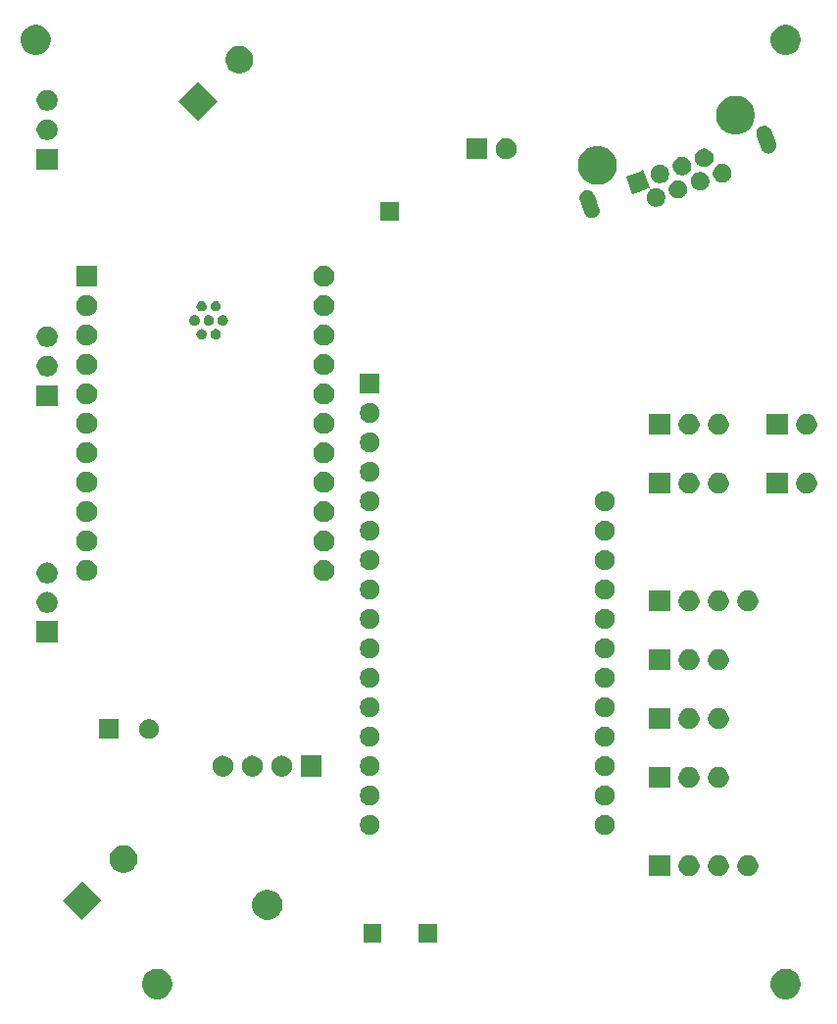
<source format=gbr>
G04 #@! TF.GenerationSoftware,KiCad,Pcbnew,(5.1.6)-1*
G04 #@! TF.CreationDate,2021-01-04T14:19:30-06:00*
G04 #@! TF.ProjectId,ControlBoardnRF_22PinSound_PowerAmp,436f6e74-726f-46c4-926f-6172646e5246,rev?*
G04 #@! TF.SameCoordinates,Original*
G04 #@! TF.FileFunction,Soldermask,Top*
G04 #@! TF.FilePolarity,Negative*
%FSLAX46Y46*%
G04 Gerber Fmt 4.6, Leading zero omitted, Abs format (unit mm)*
G04 Created by KiCad (PCBNEW (5.1.6)-1) date 2021-01-04 14:19:30*
%MOMM*%
%LPD*%
G01*
G04 APERTURE LIST*
%ADD10C,0.100000*%
G04 APERTURE END LIST*
D10*
G36*
X177379487Y-152948996D02*
G01*
X177616253Y-153047068D01*
X177616255Y-153047069D01*
X177829339Y-153189447D01*
X178010553Y-153370661D01*
X178152932Y-153583747D01*
X178251004Y-153820513D01*
X178301000Y-154071861D01*
X178301000Y-154328139D01*
X178251004Y-154579487D01*
X178152932Y-154816253D01*
X178152931Y-154816255D01*
X178010553Y-155029339D01*
X177829339Y-155210553D01*
X177616255Y-155352931D01*
X177616254Y-155352932D01*
X177616253Y-155352932D01*
X177379487Y-155451004D01*
X177128139Y-155501000D01*
X176871861Y-155501000D01*
X176620513Y-155451004D01*
X176383747Y-155352932D01*
X176383746Y-155352932D01*
X176383745Y-155352931D01*
X176170661Y-155210553D01*
X175989447Y-155029339D01*
X175847069Y-154816255D01*
X175847068Y-154816253D01*
X175748996Y-154579487D01*
X175699000Y-154328139D01*
X175699000Y-154071861D01*
X175748996Y-153820513D01*
X175847068Y-153583747D01*
X175989447Y-153370661D01*
X176170661Y-153189447D01*
X176383745Y-153047069D01*
X176383747Y-153047068D01*
X176620513Y-152948996D01*
X176871861Y-152899000D01*
X177128139Y-152899000D01*
X177379487Y-152948996D01*
G37*
G36*
X123079487Y-152948996D02*
G01*
X123316253Y-153047068D01*
X123316255Y-153047069D01*
X123529339Y-153189447D01*
X123710553Y-153370661D01*
X123852932Y-153583747D01*
X123951004Y-153820513D01*
X124001000Y-154071861D01*
X124001000Y-154328139D01*
X123951004Y-154579487D01*
X123852932Y-154816253D01*
X123852931Y-154816255D01*
X123710553Y-155029339D01*
X123529339Y-155210553D01*
X123316255Y-155352931D01*
X123316254Y-155352932D01*
X123316253Y-155352932D01*
X123079487Y-155451004D01*
X122828139Y-155501000D01*
X122571861Y-155501000D01*
X122320513Y-155451004D01*
X122083747Y-155352932D01*
X122083746Y-155352932D01*
X122083745Y-155352931D01*
X121870661Y-155210553D01*
X121689447Y-155029339D01*
X121547069Y-154816255D01*
X121547068Y-154816253D01*
X121448996Y-154579487D01*
X121399000Y-154328139D01*
X121399000Y-154071861D01*
X121448996Y-153820513D01*
X121547068Y-153583747D01*
X121689447Y-153370661D01*
X121870661Y-153189447D01*
X122083745Y-153047069D01*
X122083747Y-153047068D01*
X122320513Y-152948996D01*
X122571861Y-152899000D01*
X122828139Y-152899000D01*
X123079487Y-152948996D01*
G37*
G36*
X146901000Y-150601000D02*
G01*
X145299000Y-150601000D01*
X145299000Y-148999000D01*
X146901000Y-148999000D01*
X146901000Y-150601000D01*
G37*
G36*
X142101000Y-150601000D02*
G01*
X140499000Y-150601000D01*
X140499000Y-148999000D01*
X142101000Y-148999000D01*
X142101000Y-150601000D01*
G37*
G36*
X117888571Y-147000000D02*
G01*
X116200000Y-148688571D01*
X114511429Y-147000000D01*
X116200000Y-145311429D01*
X117888571Y-147000000D01*
G37*
G36*
X132607587Y-146107996D02*
G01*
X132844353Y-146206068D01*
X132844355Y-146206069D01*
X133057439Y-146348447D01*
X133238653Y-146529661D01*
X133381032Y-146742747D01*
X133479104Y-146979513D01*
X133529100Y-147230861D01*
X133529100Y-147487139D01*
X133479104Y-147738487D01*
X133381032Y-147975253D01*
X133381031Y-147975255D01*
X133238653Y-148188339D01*
X133057439Y-148369553D01*
X132844355Y-148511931D01*
X132844354Y-148511932D01*
X132844353Y-148511932D01*
X132607587Y-148610004D01*
X132356239Y-148660000D01*
X132099961Y-148660000D01*
X131848613Y-148610004D01*
X131611847Y-148511932D01*
X131611846Y-148511932D01*
X131611845Y-148511931D01*
X131398761Y-148369553D01*
X131217547Y-148188339D01*
X131075169Y-147975255D01*
X131075168Y-147975253D01*
X130977096Y-147738487D01*
X130927100Y-147487139D01*
X130927100Y-147230861D01*
X130977096Y-146979513D01*
X131075168Y-146742747D01*
X131217547Y-146529661D01*
X131398761Y-146348447D01*
X131611845Y-146206069D01*
X131611847Y-146206068D01*
X131848613Y-146107996D01*
X132099961Y-146058000D01*
X132356239Y-146058000D01*
X132607587Y-146107996D01*
G37*
G36*
X171293512Y-143103927D02*
G01*
X171442812Y-143133624D01*
X171606784Y-143201544D01*
X171754354Y-143300147D01*
X171879853Y-143425646D01*
X171978456Y-143573216D01*
X172046376Y-143737188D01*
X172081000Y-143911259D01*
X172081000Y-144088741D01*
X172046376Y-144262812D01*
X171978456Y-144426784D01*
X171879853Y-144574354D01*
X171754354Y-144699853D01*
X171606784Y-144798456D01*
X171442812Y-144866376D01*
X171293512Y-144896073D01*
X171268742Y-144901000D01*
X171091258Y-144901000D01*
X171066488Y-144896073D01*
X170917188Y-144866376D01*
X170753216Y-144798456D01*
X170605646Y-144699853D01*
X170480147Y-144574354D01*
X170381544Y-144426784D01*
X170313624Y-144262812D01*
X170279000Y-144088741D01*
X170279000Y-143911259D01*
X170313624Y-143737188D01*
X170381544Y-143573216D01*
X170480147Y-143425646D01*
X170605646Y-143300147D01*
X170753216Y-143201544D01*
X170917188Y-143133624D01*
X171066488Y-143103927D01*
X171091258Y-143099000D01*
X171268742Y-143099000D01*
X171293512Y-143103927D01*
G37*
G36*
X167001000Y-144901000D02*
G01*
X165199000Y-144901000D01*
X165199000Y-143099000D01*
X167001000Y-143099000D01*
X167001000Y-144901000D01*
G37*
G36*
X168753512Y-143103927D02*
G01*
X168902812Y-143133624D01*
X169066784Y-143201544D01*
X169214354Y-143300147D01*
X169339853Y-143425646D01*
X169438456Y-143573216D01*
X169506376Y-143737188D01*
X169541000Y-143911259D01*
X169541000Y-144088741D01*
X169506376Y-144262812D01*
X169438456Y-144426784D01*
X169339853Y-144574354D01*
X169214354Y-144699853D01*
X169066784Y-144798456D01*
X168902812Y-144866376D01*
X168753512Y-144896073D01*
X168728742Y-144901000D01*
X168551258Y-144901000D01*
X168526488Y-144896073D01*
X168377188Y-144866376D01*
X168213216Y-144798456D01*
X168065646Y-144699853D01*
X167940147Y-144574354D01*
X167841544Y-144426784D01*
X167773624Y-144262812D01*
X167739000Y-144088741D01*
X167739000Y-143911259D01*
X167773624Y-143737188D01*
X167841544Y-143573216D01*
X167940147Y-143425646D01*
X168065646Y-143300147D01*
X168213216Y-143201544D01*
X168377188Y-143133624D01*
X168526488Y-143103927D01*
X168551258Y-143099000D01*
X168728742Y-143099000D01*
X168753512Y-143103927D01*
G37*
G36*
X173833512Y-143103927D02*
G01*
X173982812Y-143133624D01*
X174146784Y-143201544D01*
X174294354Y-143300147D01*
X174419853Y-143425646D01*
X174518456Y-143573216D01*
X174586376Y-143737188D01*
X174621000Y-143911259D01*
X174621000Y-144088741D01*
X174586376Y-144262812D01*
X174518456Y-144426784D01*
X174419853Y-144574354D01*
X174294354Y-144699853D01*
X174146784Y-144798456D01*
X173982812Y-144866376D01*
X173833512Y-144896073D01*
X173808742Y-144901000D01*
X173631258Y-144901000D01*
X173606488Y-144896073D01*
X173457188Y-144866376D01*
X173293216Y-144798456D01*
X173145646Y-144699853D01*
X173020147Y-144574354D01*
X172921544Y-144426784D01*
X172853624Y-144262812D01*
X172819000Y-144088741D01*
X172819000Y-143911259D01*
X172853624Y-143737188D01*
X172921544Y-143573216D01*
X173020147Y-143425646D01*
X173145646Y-143300147D01*
X173293216Y-143201544D01*
X173457188Y-143133624D01*
X173606488Y-143103927D01*
X173631258Y-143099000D01*
X173808742Y-143099000D01*
X173833512Y-143103927D01*
G37*
G36*
X120140378Y-142259782D02*
G01*
X120357671Y-142349788D01*
X120357673Y-142349789D01*
X120553232Y-142480458D01*
X120719542Y-142646768D01*
X120850212Y-142842329D01*
X120940218Y-143059622D01*
X120986102Y-143290298D01*
X120986102Y-143525498D01*
X120940218Y-143756174D01*
X120875980Y-143911258D01*
X120850211Y-143973469D01*
X120719542Y-144169028D01*
X120553232Y-144335338D01*
X120357673Y-144466007D01*
X120357672Y-144466008D01*
X120357671Y-144466008D01*
X120140378Y-144556014D01*
X119909702Y-144601898D01*
X119674502Y-144601898D01*
X119443826Y-144556014D01*
X119226533Y-144466008D01*
X119226532Y-144466008D01*
X119226531Y-144466007D01*
X119030972Y-144335338D01*
X118864662Y-144169028D01*
X118733993Y-143973469D01*
X118708224Y-143911258D01*
X118643986Y-143756174D01*
X118598102Y-143525498D01*
X118598102Y-143290298D01*
X118643986Y-143059622D01*
X118733992Y-142842329D01*
X118864662Y-142646768D01*
X119030972Y-142480458D01*
X119226531Y-142349789D01*
X119226533Y-142349788D01*
X119443826Y-142259782D01*
X119674502Y-142213898D01*
X119909702Y-142213898D01*
X120140378Y-142259782D01*
G37*
G36*
X161616168Y-139640643D02*
G01*
X161771040Y-139704793D01*
X161910421Y-139797925D01*
X162028955Y-139916459D01*
X162122087Y-140055840D01*
X162186237Y-140210712D01*
X162218940Y-140375124D01*
X162218940Y-140542756D01*
X162186237Y-140707168D01*
X162122087Y-140862040D01*
X162028955Y-141001421D01*
X161910421Y-141119955D01*
X161771040Y-141213087D01*
X161616168Y-141277237D01*
X161451756Y-141309940D01*
X161284124Y-141309940D01*
X161119712Y-141277237D01*
X160964840Y-141213087D01*
X160825459Y-141119955D01*
X160706925Y-141001421D01*
X160613793Y-140862040D01*
X160549643Y-140707168D01*
X160516940Y-140542756D01*
X160516940Y-140375124D01*
X160549643Y-140210712D01*
X160613793Y-140055840D01*
X160706925Y-139916459D01*
X160825459Y-139797925D01*
X160964840Y-139704793D01*
X161119712Y-139640643D01*
X161284124Y-139607940D01*
X161451756Y-139607940D01*
X161616168Y-139640643D01*
G37*
G36*
X141316168Y-139640643D02*
G01*
X141471040Y-139704793D01*
X141610421Y-139797925D01*
X141728955Y-139916459D01*
X141822087Y-140055840D01*
X141886237Y-140210712D01*
X141918940Y-140375124D01*
X141918940Y-140542756D01*
X141886237Y-140707168D01*
X141822087Y-140862040D01*
X141728955Y-141001421D01*
X141610421Y-141119955D01*
X141471040Y-141213087D01*
X141316168Y-141277237D01*
X141151756Y-141309940D01*
X140984124Y-141309940D01*
X140819712Y-141277237D01*
X140664840Y-141213087D01*
X140525459Y-141119955D01*
X140406925Y-141001421D01*
X140313793Y-140862040D01*
X140249643Y-140707168D01*
X140216940Y-140542756D01*
X140216940Y-140375124D01*
X140249643Y-140210712D01*
X140313793Y-140055840D01*
X140406925Y-139916459D01*
X140525459Y-139797925D01*
X140664840Y-139704793D01*
X140819712Y-139640643D01*
X140984124Y-139607940D01*
X141151756Y-139607940D01*
X141316168Y-139640643D01*
G37*
G36*
X161616168Y-137100643D02*
G01*
X161771040Y-137164793D01*
X161910421Y-137257925D01*
X162028955Y-137376459D01*
X162122087Y-137515840D01*
X162186237Y-137670712D01*
X162218940Y-137835124D01*
X162218940Y-138002756D01*
X162186237Y-138167168D01*
X162122087Y-138322040D01*
X162028955Y-138461421D01*
X161910421Y-138579955D01*
X161771040Y-138673087D01*
X161616168Y-138737237D01*
X161451756Y-138769940D01*
X161284124Y-138769940D01*
X161119712Y-138737237D01*
X160964840Y-138673087D01*
X160825459Y-138579955D01*
X160706925Y-138461421D01*
X160613793Y-138322040D01*
X160549643Y-138167168D01*
X160516940Y-138002756D01*
X160516940Y-137835124D01*
X160549643Y-137670712D01*
X160613793Y-137515840D01*
X160706925Y-137376459D01*
X160825459Y-137257925D01*
X160964840Y-137164793D01*
X161119712Y-137100643D01*
X161284124Y-137067940D01*
X161451756Y-137067940D01*
X161616168Y-137100643D01*
G37*
G36*
X141316168Y-137100643D02*
G01*
X141471040Y-137164793D01*
X141610421Y-137257925D01*
X141728955Y-137376459D01*
X141822087Y-137515840D01*
X141886237Y-137670712D01*
X141918940Y-137835124D01*
X141918940Y-138002756D01*
X141886237Y-138167168D01*
X141822087Y-138322040D01*
X141728955Y-138461421D01*
X141610421Y-138579955D01*
X141471040Y-138673087D01*
X141316168Y-138737237D01*
X141151756Y-138769940D01*
X140984124Y-138769940D01*
X140819712Y-138737237D01*
X140664840Y-138673087D01*
X140525459Y-138579955D01*
X140406925Y-138461421D01*
X140313793Y-138322040D01*
X140249643Y-138167168D01*
X140216940Y-138002756D01*
X140216940Y-137835124D01*
X140249643Y-137670712D01*
X140313793Y-137515840D01*
X140406925Y-137376459D01*
X140525459Y-137257925D01*
X140664840Y-137164793D01*
X140819712Y-137100643D01*
X140984124Y-137067940D01*
X141151756Y-137067940D01*
X141316168Y-137100643D01*
G37*
G36*
X171293512Y-135483927D02*
G01*
X171442812Y-135513624D01*
X171606784Y-135581544D01*
X171754354Y-135680147D01*
X171879853Y-135805646D01*
X171978456Y-135953216D01*
X172046376Y-136117188D01*
X172081000Y-136291259D01*
X172081000Y-136468741D01*
X172046376Y-136642812D01*
X171978456Y-136806784D01*
X171879853Y-136954354D01*
X171754354Y-137079853D01*
X171606784Y-137178456D01*
X171442812Y-137246376D01*
X171293512Y-137276073D01*
X171268742Y-137281000D01*
X171091258Y-137281000D01*
X171066488Y-137276073D01*
X170917188Y-137246376D01*
X170753216Y-137178456D01*
X170605646Y-137079853D01*
X170480147Y-136954354D01*
X170381544Y-136806784D01*
X170313624Y-136642812D01*
X170279000Y-136468741D01*
X170279000Y-136291259D01*
X170313624Y-136117188D01*
X170381544Y-135953216D01*
X170480147Y-135805646D01*
X170605646Y-135680147D01*
X170753216Y-135581544D01*
X170917188Y-135513624D01*
X171066488Y-135483927D01*
X171091258Y-135479000D01*
X171268742Y-135479000D01*
X171293512Y-135483927D01*
G37*
G36*
X168753512Y-135483927D02*
G01*
X168902812Y-135513624D01*
X169066784Y-135581544D01*
X169214354Y-135680147D01*
X169339853Y-135805646D01*
X169438456Y-135953216D01*
X169506376Y-136117188D01*
X169541000Y-136291259D01*
X169541000Y-136468741D01*
X169506376Y-136642812D01*
X169438456Y-136806784D01*
X169339853Y-136954354D01*
X169214354Y-137079853D01*
X169066784Y-137178456D01*
X168902812Y-137246376D01*
X168753512Y-137276073D01*
X168728742Y-137281000D01*
X168551258Y-137281000D01*
X168526488Y-137276073D01*
X168377188Y-137246376D01*
X168213216Y-137178456D01*
X168065646Y-137079853D01*
X167940147Y-136954354D01*
X167841544Y-136806784D01*
X167773624Y-136642812D01*
X167739000Y-136468741D01*
X167739000Y-136291259D01*
X167773624Y-136117188D01*
X167841544Y-135953216D01*
X167940147Y-135805646D01*
X168065646Y-135680147D01*
X168213216Y-135581544D01*
X168377188Y-135513624D01*
X168526488Y-135483927D01*
X168551258Y-135479000D01*
X168728742Y-135479000D01*
X168753512Y-135483927D01*
G37*
G36*
X167001000Y-137281000D02*
G01*
X165199000Y-137281000D01*
X165199000Y-135479000D01*
X167001000Y-135479000D01*
X167001000Y-137281000D01*
G37*
G36*
X136901000Y-136301000D02*
G01*
X135099000Y-136301000D01*
X135099000Y-134499000D01*
X136901000Y-134499000D01*
X136901000Y-136301000D01*
G37*
G36*
X133573512Y-134503927D02*
G01*
X133722812Y-134533624D01*
X133886784Y-134601544D01*
X134034354Y-134700147D01*
X134159853Y-134825646D01*
X134258456Y-134973216D01*
X134326376Y-135137188D01*
X134361000Y-135311259D01*
X134361000Y-135488741D01*
X134326376Y-135662812D01*
X134258456Y-135826784D01*
X134159853Y-135974354D01*
X134034354Y-136099853D01*
X133886784Y-136198456D01*
X133722812Y-136266376D01*
X133573512Y-136296073D01*
X133548742Y-136301000D01*
X133371258Y-136301000D01*
X133346488Y-136296073D01*
X133197188Y-136266376D01*
X133033216Y-136198456D01*
X132885646Y-136099853D01*
X132760147Y-135974354D01*
X132661544Y-135826784D01*
X132593624Y-135662812D01*
X132559000Y-135488741D01*
X132559000Y-135311259D01*
X132593624Y-135137188D01*
X132661544Y-134973216D01*
X132760147Y-134825646D01*
X132885646Y-134700147D01*
X133033216Y-134601544D01*
X133197188Y-134533624D01*
X133346488Y-134503927D01*
X133371258Y-134499000D01*
X133548742Y-134499000D01*
X133573512Y-134503927D01*
G37*
G36*
X131033512Y-134503927D02*
G01*
X131182812Y-134533624D01*
X131346784Y-134601544D01*
X131494354Y-134700147D01*
X131619853Y-134825646D01*
X131718456Y-134973216D01*
X131786376Y-135137188D01*
X131821000Y-135311259D01*
X131821000Y-135488741D01*
X131786376Y-135662812D01*
X131718456Y-135826784D01*
X131619853Y-135974354D01*
X131494354Y-136099853D01*
X131346784Y-136198456D01*
X131182812Y-136266376D01*
X131033512Y-136296073D01*
X131008742Y-136301000D01*
X130831258Y-136301000D01*
X130806488Y-136296073D01*
X130657188Y-136266376D01*
X130493216Y-136198456D01*
X130345646Y-136099853D01*
X130220147Y-135974354D01*
X130121544Y-135826784D01*
X130053624Y-135662812D01*
X130019000Y-135488741D01*
X130019000Y-135311259D01*
X130053624Y-135137188D01*
X130121544Y-134973216D01*
X130220147Y-134825646D01*
X130345646Y-134700147D01*
X130493216Y-134601544D01*
X130657188Y-134533624D01*
X130806488Y-134503927D01*
X130831258Y-134499000D01*
X131008742Y-134499000D01*
X131033512Y-134503927D01*
G37*
G36*
X128493512Y-134503927D02*
G01*
X128642812Y-134533624D01*
X128806784Y-134601544D01*
X128954354Y-134700147D01*
X129079853Y-134825646D01*
X129178456Y-134973216D01*
X129246376Y-135137188D01*
X129281000Y-135311259D01*
X129281000Y-135488741D01*
X129246376Y-135662812D01*
X129178456Y-135826784D01*
X129079853Y-135974354D01*
X128954354Y-136099853D01*
X128806784Y-136198456D01*
X128642812Y-136266376D01*
X128493512Y-136296073D01*
X128468742Y-136301000D01*
X128291258Y-136301000D01*
X128266488Y-136296073D01*
X128117188Y-136266376D01*
X127953216Y-136198456D01*
X127805646Y-136099853D01*
X127680147Y-135974354D01*
X127581544Y-135826784D01*
X127513624Y-135662812D01*
X127479000Y-135488741D01*
X127479000Y-135311259D01*
X127513624Y-135137188D01*
X127581544Y-134973216D01*
X127680147Y-134825646D01*
X127805646Y-134700147D01*
X127953216Y-134601544D01*
X128117188Y-134533624D01*
X128266488Y-134503927D01*
X128291258Y-134499000D01*
X128468742Y-134499000D01*
X128493512Y-134503927D01*
G37*
G36*
X141316168Y-134560643D02*
G01*
X141471040Y-134624793D01*
X141610421Y-134717925D01*
X141728955Y-134836459D01*
X141822087Y-134975840D01*
X141886237Y-135130712D01*
X141918940Y-135295124D01*
X141918940Y-135462756D01*
X141886237Y-135627168D01*
X141822087Y-135782040D01*
X141728955Y-135921421D01*
X141610421Y-136039955D01*
X141471040Y-136133087D01*
X141316168Y-136197237D01*
X141151756Y-136229940D01*
X140984124Y-136229940D01*
X140819712Y-136197237D01*
X140664840Y-136133087D01*
X140525459Y-136039955D01*
X140406925Y-135921421D01*
X140313793Y-135782040D01*
X140249643Y-135627168D01*
X140216940Y-135462756D01*
X140216940Y-135295124D01*
X140249643Y-135130712D01*
X140313793Y-134975840D01*
X140406925Y-134836459D01*
X140525459Y-134717925D01*
X140664840Y-134624793D01*
X140819712Y-134560643D01*
X140984124Y-134527940D01*
X141151756Y-134527940D01*
X141316168Y-134560643D01*
G37*
G36*
X161616168Y-134560643D02*
G01*
X161771040Y-134624793D01*
X161910421Y-134717925D01*
X162028955Y-134836459D01*
X162122087Y-134975840D01*
X162186237Y-135130712D01*
X162218940Y-135295124D01*
X162218940Y-135462756D01*
X162186237Y-135627168D01*
X162122087Y-135782040D01*
X162028955Y-135921421D01*
X161910421Y-136039955D01*
X161771040Y-136133087D01*
X161616168Y-136197237D01*
X161451756Y-136229940D01*
X161284124Y-136229940D01*
X161119712Y-136197237D01*
X160964840Y-136133087D01*
X160825459Y-136039955D01*
X160706925Y-135921421D01*
X160613793Y-135782040D01*
X160549643Y-135627168D01*
X160516940Y-135462756D01*
X160516940Y-135295124D01*
X160549643Y-135130712D01*
X160613793Y-134975840D01*
X160706925Y-134836459D01*
X160825459Y-134717925D01*
X160964840Y-134624793D01*
X161119712Y-134560643D01*
X161284124Y-134527940D01*
X161451756Y-134527940D01*
X161616168Y-134560643D01*
G37*
G36*
X141316168Y-132020643D02*
G01*
X141471040Y-132084793D01*
X141610421Y-132177925D01*
X141728955Y-132296459D01*
X141822087Y-132435840D01*
X141886237Y-132590712D01*
X141918940Y-132755124D01*
X141918940Y-132922756D01*
X141886237Y-133087168D01*
X141822087Y-133242040D01*
X141728955Y-133381421D01*
X141610421Y-133499955D01*
X141471040Y-133593087D01*
X141316168Y-133657237D01*
X141151756Y-133689940D01*
X140984124Y-133689940D01*
X140819712Y-133657237D01*
X140664840Y-133593087D01*
X140525459Y-133499955D01*
X140406925Y-133381421D01*
X140313793Y-133242040D01*
X140249643Y-133087168D01*
X140216940Y-132922756D01*
X140216940Y-132755124D01*
X140249643Y-132590712D01*
X140313793Y-132435840D01*
X140406925Y-132296459D01*
X140525459Y-132177925D01*
X140664840Y-132084793D01*
X140819712Y-132020643D01*
X140984124Y-131987940D01*
X141151756Y-131987940D01*
X141316168Y-132020643D01*
G37*
G36*
X161616168Y-132020643D02*
G01*
X161771040Y-132084793D01*
X161910421Y-132177925D01*
X162028955Y-132296459D01*
X162122087Y-132435840D01*
X162186237Y-132590712D01*
X162218940Y-132755124D01*
X162218940Y-132922756D01*
X162186237Y-133087168D01*
X162122087Y-133242040D01*
X162028955Y-133381421D01*
X161910421Y-133499955D01*
X161771040Y-133593087D01*
X161616168Y-133657237D01*
X161451756Y-133689940D01*
X161284124Y-133689940D01*
X161119712Y-133657237D01*
X160964840Y-133593087D01*
X160825459Y-133499955D01*
X160706925Y-133381421D01*
X160613793Y-133242040D01*
X160549643Y-133087168D01*
X160516940Y-132922756D01*
X160516940Y-132755124D01*
X160549643Y-132590712D01*
X160613793Y-132435840D01*
X160706925Y-132296459D01*
X160825459Y-132177925D01*
X160964840Y-132084793D01*
X161119712Y-132020643D01*
X161284124Y-131987940D01*
X161451756Y-131987940D01*
X161616168Y-132020643D01*
G37*
G36*
X122248228Y-131381703D02*
G01*
X122403100Y-131445853D01*
X122542481Y-131538985D01*
X122661015Y-131657519D01*
X122754147Y-131796900D01*
X122818297Y-131951772D01*
X122851000Y-132116184D01*
X122851000Y-132283816D01*
X122818297Y-132448228D01*
X122754147Y-132603100D01*
X122661015Y-132742481D01*
X122542481Y-132861015D01*
X122403100Y-132954147D01*
X122248228Y-133018297D01*
X122083816Y-133051000D01*
X121916184Y-133051000D01*
X121751772Y-133018297D01*
X121596900Y-132954147D01*
X121457519Y-132861015D01*
X121338985Y-132742481D01*
X121245853Y-132603100D01*
X121181703Y-132448228D01*
X121149000Y-132283816D01*
X121149000Y-132116184D01*
X121181703Y-131951772D01*
X121245853Y-131796900D01*
X121338985Y-131657519D01*
X121457519Y-131538985D01*
X121596900Y-131445853D01*
X121751772Y-131381703D01*
X121916184Y-131349000D01*
X122083816Y-131349000D01*
X122248228Y-131381703D01*
G37*
G36*
X119351000Y-133051000D02*
G01*
X117649000Y-133051000D01*
X117649000Y-131349000D01*
X119351000Y-131349000D01*
X119351000Y-133051000D01*
G37*
G36*
X171293512Y-130403927D02*
G01*
X171442812Y-130433624D01*
X171606784Y-130501544D01*
X171754354Y-130600147D01*
X171879853Y-130725646D01*
X171978456Y-130873216D01*
X172046376Y-131037188D01*
X172081000Y-131211259D01*
X172081000Y-131388741D01*
X172046376Y-131562812D01*
X171978456Y-131726784D01*
X171879853Y-131874354D01*
X171754354Y-131999853D01*
X171606784Y-132098456D01*
X171442812Y-132166376D01*
X171293512Y-132196073D01*
X171268742Y-132201000D01*
X171091258Y-132201000D01*
X171066488Y-132196073D01*
X170917188Y-132166376D01*
X170753216Y-132098456D01*
X170605646Y-131999853D01*
X170480147Y-131874354D01*
X170381544Y-131726784D01*
X170313624Y-131562812D01*
X170279000Y-131388741D01*
X170279000Y-131211259D01*
X170313624Y-131037188D01*
X170381544Y-130873216D01*
X170480147Y-130725646D01*
X170605646Y-130600147D01*
X170753216Y-130501544D01*
X170917188Y-130433624D01*
X171066488Y-130403927D01*
X171091258Y-130399000D01*
X171268742Y-130399000D01*
X171293512Y-130403927D01*
G37*
G36*
X168753512Y-130403927D02*
G01*
X168902812Y-130433624D01*
X169066784Y-130501544D01*
X169214354Y-130600147D01*
X169339853Y-130725646D01*
X169438456Y-130873216D01*
X169506376Y-131037188D01*
X169541000Y-131211259D01*
X169541000Y-131388741D01*
X169506376Y-131562812D01*
X169438456Y-131726784D01*
X169339853Y-131874354D01*
X169214354Y-131999853D01*
X169066784Y-132098456D01*
X168902812Y-132166376D01*
X168753512Y-132196073D01*
X168728742Y-132201000D01*
X168551258Y-132201000D01*
X168526488Y-132196073D01*
X168377188Y-132166376D01*
X168213216Y-132098456D01*
X168065646Y-131999853D01*
X167940147Y-131874354D01*
X167841544Y-131726784D01*
X167773624Y-131562812D01*
X167739000Y-131388741D01*
X167739000Y-131211259D01*
X167773624Y-131037188D01*
X167841544Y-130873216D01*
X167940147Y-130725646D01*
X168065646Y-130600147D01*
X168213216Y-130501544D01*
X168377188Y-130433624D01*
X168526488Y-130403927D01*
X168551258Y-130399000D01*
X168728742Y-130399000D01*
X168753512Y-130403927D01*
G37*
G36*
X167001000Y-132201000D02*
G01*
X165199000Y-132201000D01*
X165199000Y-130399000D01*
X167001000Y-130399000D01*
X167001000Y-132201000D01*
G37*
G36*
X141316168Y-129480643D02*
G01*
X141471040Y-129544793D01*
X141610421Y-129637925D01*
X141728955Y-129756459D01*
X141822087Y-129895840D01*
X141886237Y-130050712D01*
X141918940Y-130215124D01*
X141918940Y-130382756D01*
X141886237Y-130547168D01*
X141822087Y-130702040D01*
X141728955Y-130841421D01*
X141610421Y-130959955D01*
X141471040Y-131053087D01*
X141316168Y-131117237D01*
X141151756Y-131149940D01*
X140984124Y-131149940D01*
X140819712Y-131117237D01*
X140664840Y-131053087D01*
X140525459Y-130959955D01*
X140406925Y-130841421D01*
X140313793Y-130702040D01*
X140249643Y-130547168D01*
X140216940Y-130382756D01*
X140216940Y-130215124D01*
X140249643Y-130050712D01*
X140313793Y-129895840D01*
X140406925Y-129756459D01*
X140525459Y-129637925D01*
X140664840Y-129544793D01*
X140819712Y-129480643D01*
X140984124Y-129447940D01*
X141151756Y-129447940D01*
X141316168Y-129480643D01*
G37*
G36*
X161616168Y-129480643D02*
G01*
X161771040Y-129544793D01*
X161910421Y-129637925D01*
X162028955Y-129756459D01*
X162122087Y-129895840D01*
X162186237Y-130050712D01*
X162218940Y-130215124D01*
X162218940Y-130382756D01*
X162186237Y-130547168D01*
X162122087Y-130702040D01*
X162028955Y-130841421D01*
X161910421Y-130959955D01*
X161771040Y-131053087D01*
X161616168Y-131117237D01*
X161451756Y-131149940D01*
X161284124Y-131149940D01*
X161119712Y-131117237D01*
X160964840Y-131053087D01*
X160825459Y-130959955D01*
X160706925Y-130841421D01*
X160613793Y-130702040D01*
X160549643Y-130547168D01*
X160516940Y-130382756D01*
X160516940Y-130215124D01*
X160549643Y-130050712D01*
X160613793Y-129895840D01*
X160706925Y-129756459D01*
X160825459Y-129637925D01*
X160964840Y-129544793D01*
X161119712Y-129480643D01*
X161284124Y-129447940D01*
X161451756Y-129447940D01*
X161616168Y-129480643D01*
G37*
G36*
X141316168Y-126940643D02*
G01*
X141471040Y-127004793D01*
X141610421Y-127097925D01*
X141728955Y-127216459D01*
X141822087Y-127355840D01*
X141886237Y-127510712D01*
X141918940Y-127675124D01*
X141918940Y-127842756D01*
X141886237Y-128007168D01*
X141822087Y-128162040D01*
X141728955Y-128301421D01*
X141610421Y-128419955D01*
X141471040Y-128513087D01*
X141316168Y-128577237D01*
X141151756Y-128609940D01*
X140984124Y-128609940D01*
X140819712Y-128577237D01*
X140664840Y-128513087D01*
X140525459Y-128419955D01*
X140406925Y-128301421D01*
X140313793Y-128162040D01*
X140249643Y-128007168D01*
X140216940Y-127842756D01*
X140216940Y-127675124D01*
X140249643Y-127510712D01*
X140313793Y-127355840D01*
X140406925Y-127216459D01*
X140525459Y-127097925D01*
X140664840Y-127004793D01*
X140819712Y-126940643D01*
X140984124Y-126907940D01*
X141151756Y-126907940D01*
X141316168Y-126940643D01*
G37*
G36*
X161616168Y-126940643D02*
G01*
X161771040Y-127004793D01*
X161910421Y-127097925D01*
X162028955Y-127216459D01*
X162122087Y-127355840D01*
X162186237Y-127510712D01*
X162218940Y-127675124D01*
X162218940Y-127842756D01*
X162186237Y-128007168D01*
X162122087Y-128162040D01*
X162028955Y-128301421D01*
X161910421Y-128419955D01*
X161771040Y-128513087D01*
X161616168Y-128577237D01*
X161451756Y-128609940D01*
X161284124Y-128609940D01*
X161119712Y-128577237D01*
X160964840Y-128513087D01*
X160825459Y-128419955D01*
X160706925Y-128301421D01*
X160613793Y-128162040D01*
X160549643Y-128007168D01*
X160516940Y-127842756D01*
X160516940Y-127675124D01*
X160549643Y-127510712D01*
X160613793Y-127355840D01*
X160706925Y-127216459D01*
X160825459Y-127097925D01*
X160964840Y-127004793D01*
X161119712Y-126940643D01*
X161284124Y-126907940D01*
X161451756Y-126907940D01*
X161616168Y-126940643D01*
G37*
G36*
X171293512Y-125323927D02*
G01*
X171442812Y-125353624D01*
X171606784Y-125421544D01*
X171754354Y-125520147D01*
X171879853Y-125645646D01*
X171978456Y-125793216D01*
X172046376Y-125957188D01*
X172081000Y-126131259D01*
X172081000Y-126308741D01*
X172046376Y-126482812D01*
X171978456Y-126646784D01*
X171879853Y-126794354D01*
X171754354Y-126919853D01*
X171606784Y-127018456D01*
X171442812Y-127086376D01*
X171293512Y-127116073D01*
X171268742Y-127121000D01*
X171091258Y-127121000D01*
X171066488Y-127116073D01*
X170917188Y-127086376D01*
X170753216Y-127018456D01*
X170605646Y-126919853D01*
X170480147Y-126794354D01*
X170381544Y-126646784D01*
X170313624Y-126482812D01*
X170279000Y-126308741D01*
X170279000Y-126131259D01*
X170313624Y-125957188D01*
X170381544Y-125793216D01*
X170480147Y-125645646D01*
X170605646Y-125520147D01*
X170753216Y-125421544D01*
X170917188Y-125353624D01*
X171066488Y-125323927D01*
X171091258Y-125319000D01*
X171268742Y-125319000D01*
X171293512Y-125323927D01*
G37*
G36*
X167001000Y-127121000D02*
G01*
X165199000Y-127121000D01*
X165199000Y-125319000D01*
X167001000Y-125319000D01*
X167001000Y-127121000D01*
G37*
G36*
X168753512Y-125323927D02*
G01*
X168902812Y-125353624D01*
X169066784Y-125421544D01*
X169214354Y-125520147D01*
X169339853Y-125645646D01*
X169438456Y-125793216D01*
X169506376Y-125957188D01*
X169541000Y-126131259D01*
X169541000Y-126308741D01*
X169506376Y-126482812D01*
X169438456Y-126646784D01*
X169339853Y-126794354D01*
X169214354Y-126919853D01*
X169066784Y-127018456D01*
X168902812Y-127086376D01*
X168753512Y-127116073D01*
X168728742Y-127121000D01*
X168551258Y-127121000D01*
X168526488Y-127116073D01*
X168377188Y-127086376D01*
X168213216Y-127018456D01*
X168065646Y-126919853D01*
X167940147Y-126794354D01*
X167841544Y-126646784D01*
X167773624Y-126482812D01*
X167739000Y-126308741D01*
X167739000Y-126131259D01*
X167773624Y-125957188D01*
X167841544Y-125793216D01*
X167940147Y-125645646D01*
X168065646Y-125520147D01*
X168213216Y-125421544D01*
X168377188Y-125353624D01*
X168526488Y-125323927D01*
X168551258Y-125319000D01*
X168728742Y-125319000D01*
X168753512Y-125323927D01*
G37*
G36*
X161616168Y-124400643D02*
G01*
X161771040Y-124464793D01*
X161910421Y-124557925D01*
X162028955Y-124676459D01*
X162122087Y-124815840D01*
X162186237Y-124970712D01*
X162218940Y-125135124D01*
X162218940Y-125302756D01*
X162186237Y-125467168D01*
X162122087Y-125622040D01*
X162028955Y-125761421D01*
X161910421Y-125879955D01*
X161771040Y-125973087D01*
X161616168Y-126037237D01*
X161451756Y-126069940D01*
X161284124Y-126069940D01*
X161119712Y-126037237D01*
X160964840Y-125973087D01*
X160825459Y-125879955D01*
X160706925Y-125761421D01*
X160613793Y-125622040D01*
X160549643Y-125467168D01*
X160516940Y-125302756D01*
X160516940Y-125135124D01*
X160549643Y-124970712D01*
X160613793Y-124815840D01*
X160706925Y-124676459D01*
X160825459Y-124557925D01*
X160964840Y-124464793D01*
X161119712Y-124400643D01*
X161284124Y-124367940D01*
X161451756Y-124367940D01*
X161616168Y-124400643D01*
G37*
G36*
X141316168Y-124400643D02*
G01*
X141471040Y-124464793D01*
X141610421Y-124557925D01*
X141728955Y-124676459D01*
X141822087Y-124815840D01*
X141886237Y-124970712D01*
X141918940Y-125135124D01*
X141918940Y-125302756D01*
X141886237Y-125467168D01*
X141822087Y-125622040D01*
X141728955Y-125761421D01*
X141610421Y-125879955D01*
X141471040Y-125973087D01*
X141316168Y-126037237D01*
X141151756Y-126069940D01*
X140984124Y-126069940D01*
X140819712Y-126037237D01*
X140664840Y-125973087D01*
X140525459Y-125879955D01*
X140406925Y-125761421D01*
X140313793Y-125622040D01*
X140249643Y-125467168D01*
X140216940Y-125302756D01*
X140216940Y-125135124D01*
X140249643Y-124970712D01*
X140313793Y-124815840D01*
X140406925Y-124676459D01*
X140525459Y-124557925D01*
X140664840Y-124464793D01*
X140819712Y-124400643D01*
X140984124Y-124367940D01*
X141151756Y-124367940D01*
X141316168Y-124400643D01*
G37*
G36*
X114101000Y-124701000D02*
G01*
X112299000Y-124701000D01*
X112299000Y-122899000D01*
X114101000Y-122899000D01*
X114101000Y-124701000D01*
G37*
G36*
X141316168Y-121860643D02*
G01*
X141471040Y-121924793D01*
X141610421Y-122017925D01*
X141728955Y-122136459D01*
X141822087Y-122275840D01*
X141886237Y-122430712D01*
X141918940Y-122595124D01*
X141918940Y-122762756D01*
X141886237Y-122927168D01*
X141822087Y-123082040D01*
X141728955Y-123221421D01*
X141610421Y-123339955D01*
X141471040Y-123433087D01*
X141316168Y-123497237D01*
X141151756Y-123529940D01*
X140984124Y-123529940D01*
X140819712Y-123497237D01*
X140664840Y-123433087D01*
X140525459Y-123339955D01*
X140406925Y-123221421D01*
X140313793Y-123082040D01*
X140249643Y-122927168D01*
X140216940Y-122762756D01*
X140216940Y-122595124D01*
X140249643Y-122430712D01*
X140313793Y-122275840D01*
X140406925Y-122136459D01*
X140525459Y-122017925D01*
X140664840Y-121924793D01*
X140819712Y-121860643D01*
X140984124Y-121827940D01*
X141151756Y-121827940D01*
X141316168Y-121860643D01*
G37*
G36*
X161616168Y-121860643D02*
G01*
X161771040Y-121924793D01*
X161910421Y-122017925D01*
X162028955Y-122136459D01*
X162122087Y-122275840D01*
X162186237Y-122430712D01*
X162218940Y-122595124D01*
X162218940Y-122762756D01*
X162186237Y-122927168D01*
X162122087Y-123082040D01*
X162028955Y-123221421D01*
X161910421Y-123339955D01*
X161771040Y-123433087D01*
X161616168Y-123497237D01*
X161451756Y-123529940D01*
X161284124Y-123529940D01*
X161119712Y-123497237D01*
X160964840Y-123433087D01*
X160825459Y-123339955D01*
X160706925Y-123221421D01*
X160613793Y-123082040D01*
X160549643Y-122927168D01*
X160516940Y-122762756D01*
X160516940Y-122595124D01*
X160549643Y-122430712D01*
X160613793Y-122275840D01*
X160706925Y-122136459D01*
X160825459Y-122017925D01*
X160964840Y-121924793D01*
X161119712Y-121860643D01*
X161284124Y-121827940D01*
X161451756Y-121827940D01*
X161616168Y-121860643D01*
G37*
G36*
X113313512Y-120363927D02*
G01*
X113462812Y-120393624D01*
X113626784Y-120461544D01*
X113774354Y-120560147D01*
X113899853Y-120685646D01*
X113998456Y-120833216D01*
X114066376Y-120997188D01*
X114101000Y-121171259D01*
X114101000Y-121348741D01*
X114066376Y-121522812D01*
X113998456Y-121686784D01*
X113899853Y-121834354D01*
X113774354Y-121959853D01*
X113626784Y-122058456D01*
X113462812Y-122126376D01*
X113313512Y-122156073D01*
X113288742Y-122161000D01*
X113111258Y-122161000D01*
X113086488Y-122156073D01*
X112937188Y-122126376D01*
X112773216Y-122058456D01*
X112625646Y-121959853D01*
X112500147Y-121834354D01*
X112401544Y-121686784D01*
X112333624Y-121522812D01*
X112299000Y-121348741D01*
X112299000Y-121171259D01*
X112333624Y-120997188D01*
X112401544Y-120833216D01*
X112500147Y-120685646D01*
X112625646Y-120560147D01*
X112773216Y-120461544D01*
X112937188Y-120393624D01*
X113086488Y-120363927D01*
X113111258Y-120359000D01*
X113288742Y-120359000D01*
X113313512Y-120363927D01*
G37*
G36*
X171293512Y-120243927D02*
G01*
X171442812Y-120273624D01*
X171606784Y-120341544D01*
X171754354Y-120440147D01*
X171879853Y-120565646D01*
X171978456Y-120713216D01*
X172046376Y-120877188D01*
X172081000Y-121051259D01*
X172081000Y-121228741D01*
X172046376Y-121402812D01*
X171978456Y-121566784D01*
X171879853Y-121714354D01*
X171754354Y-121839853D01*
X171606784Y-121938456D01*
X171442812Y-122006376D01*
X171293512Y-122036073D01*
X171268742Y-122041000D01*
X171091258Y-122041000D01*
X171066488Y-122036073D01*
X170917188Y-122006376D01*
X170753216Y-121938456D01*
X170605646Y-121839853D01*
X170480147Y-121714354D01*
X170381544Y-121566784D01*
X170313624Y-121402812D01*
X170279000Y-121228741D01*
X170279000Y-121051259D01*
X170313624Y-120877188D01*
X170381544Y-120713216D01*
X170480147Y-120565646D01*
X170605646Y-120440147D01*
X170753216Y-120341544D01*
X170917188Y-120273624D01*
X171066488Y-120243927D01*
X171091258Y-120239000D01*
X171268742Y-120239000D01*
X171293512Y-120243927D01*
G37*
G36*
X168753512Y-120243927D02*
G01*
X168902812Y-120273624D01*
X169066784Y-120341544D01*
X169214354Y-120440147D01*
X169339853Y-120565646D01*
X169438456Y-120713216D01*
X169506376Y-120877188D01*
X169541000Y-121051259D01*
X169541000Y-121228741D01*
X169506376Y-121402812D01*
X169438456Y-121566784D01*
X169339853Y-121714354D01*
X169214354Y-121839853D01*
X169066784Y-121938456D01*
X168902812Y-122006376D01*
X168753512Y-122036073D01*
X168728742Y-122041000D01*
X168551258Y-122041000D01*
X168526488Y-122036073D01*
X168377188Y-122006376D01*
X168213216Y-121938456D01*
X168065646Y-121839853D01*
X167940147Y-121714354D01*
X167841544Y-121566784D01*
X167773624Y-121402812D01*
X167739000Y-121228741D01*
X167739000Y-121051259D01*
X167773624Y-120877188D01*
X167841544Y-120713216D01*
X167940147Y-120565646D01*
X168065646Y-120440147D01*
X168213216Y-120341544D01*
X168377188Y-120273624D01*
X168526488Y-120243927D01*
X168551258Y-120239000D01*
X168728742Y-120239000D01*
X168753512Y-120243927D01*
G37*
G36*
X167001000Y-122041000D02*
G01*
X165199000Y-122041000D01*
X165199000Y-120239000D01*
X167001000Y-120239000D01*
X167001000Y-122041000D01*
G37*
G36*
X173833512Y-120243927D02*
G01*
X173982812Y-120273624D01*
X174146784Y-120341544D01*
X174294354Y-120440147D01*
X174419853Y-120565646D01*
X174518456Y-120713216D01*
X174586376Y-120877188D01*
X174621000Y-121051259D01*
X174621000Y-121228741D01*
X174586376Y-121402812D01*
X174518456Y-121566784D01*
X174419853Y-121714354D01*
X174294354Y-121839853D01*
X174146784Y-121938456D01*
X173982812Y-122006376D01*
X173833512Y-122036073D01*
X173808742Y-122041000D01*
X173631258Y-122041000D01*
X173606488Y-122036073D01*
X173457188Y-122006376D01*
X173293216Y-121938456D01*
X173145646Y-121839853D01*
X173020147Y-121714354D01*
X172921544Y-121566784D01*
X172853624Y-121402812D01*
X172819000Y-121228741D01*
X172819000Y-121051259D01*
X172853624Y-120877188D01*
X172921544Y-120713216D01*
X173020147Y-120565646D01*
X173145646Y-120440147D01*
X173293216Y-120341544D01*
X173457188Y-120273624D01*
X173606488Y-120243927D01*
X173631258Y-120239000D01*
X173808742Y-120239000D01*
X173833512Y-120243927D01*
G37*
G36*
X161616168Y-119320643D02*
G01*
X161771040Y-119384793D01*
X161910421Y-119477925D01*
X162028955Y-119596459D01*
X162122087Y-119735840D01*
X162186237Y-119890712D01*
X162218940Y-120055124D01*
X162218940Y-120222756D01*
X162186237Y-120387168D01*
X162122087Y-120542040D01*
X162028955Y-120681421D01*
X161910421Y-120799955D01*
X161771040Y-120893087D01*
X161616168Y-120957237D01*
X161451756Y-120989940D01*
X161284124Y-120989940D01*
X161119712Y-120957237D01*
X160964840Y-120893087D01*
X160825459Y-120799955D01*
X160706925Y-120681421D01*
X160613793Y-120542040D01*
X160549643Y-120387168D01*
X160516940Y-120222756D01*
X160516940Y-120055124D01*
X160549643Y-119890712D01*
X160613793Y-119735840D01*
X160706925Y-119596459D01*
X160825459Y-119477925D01*
X160964840Y-119384793D01*
X161119712Y-119320643D01*
X161284124Y-119287940D01*
X161451756Y-119287940D01*
X161616168Y-119320643D01*
G37*
G36*
X141316168Y-119320643D02*
G01*
X141471040Y-119384793D01*
X141610421Y-119477925D01*
X141728955Y-119596459D01*
X141822087Y-119735840D01*
X141886237Y-119890712D01*
X141918940Y-120055124D01*
X141918940Y-120222756D01*
X141886237Y-120387168D01*
X141822087Y-120542040D01*
X141728955Y-120681421D01*
X141610421Y-120799955D01*
X141471040Y-120893087D01*
X141316168Y-120957237D01*
X141151756Y-120989940D01*
X140984124Y-120989940D01*
X140819712Y-120957237D01*
X140664840Y-120893087D01*
X140525459Y-120799955D01*
X140406925Y-120681421D01*
X140313793Y-120542040D01*
X140249643Y-120387168D01*
X140216940Y-120222756D01*
X140216940Y-120055124D01*
X140249643Y-119890712D01*
X140313793Y-119735840D01*
X140406925Y-119596459D01*
X140525459Y-119477925D01*
X140664840Y-119384793D01*
X140819712Y-119320643D01*
X140984124Y-119287940D01*
X141151756Y-119287940D01*
X141316168Y-119320643D01*
G37*
G36*
X113313512Y-117823927D02*
G01*
X113462812Y-117853624D01*
X113626784Y-117921544D01*
X113774354Y-118020147D01*
X113899853Y-118145646D01*
X113998456Y-118293216D01*
X114066376Y-118457188D01*
X114101000Y-118631259D01*
X114101000Y-118808741D01*
X114066376Y-118982812D01*
X113998456Y-119146784D01*
X113899853Y-119294354D01*
X113774354Y-119419853D01*
X113626784Y-119518456D01*
X113462812Y-119586376D01*
X113313512Y-119616073D01*
X113288742Y-119621000D01*
X113111258Y-119621000D01*
X113086488Y-119616073D01*
X112937188Y-119586376D01*
X112773216Y-119518456D01*
X112625646Y-119419853D01*
X112500147Y-119294354D01*
X112401544Y-119146784D01*
X112333624Y-118982812D01*
X112299000Y-118808741D01*
X112299000Y-118631259D01*
X112333624Y-118457188D01*
X112401544Y-118293216D01*
X112500147Y-118145646D01*
X112625646Y-118020147D01*
X112773216Y-117921544D01*
X112937188Y-117853624D01*
X113086488Y-117823927D01*
X113111258Y-117819000D01*
X113288742Y-117819000D01*
X113313512Y-117823927D01*
G37*
G36*
X137213512Y-117603927D02*
G01*
X137362812Y-117633624D01*
X137526784Y-117701544D01*
X137674354Y-117800147D01*
X137799853Y-117925646D01*
X137898456Y-118073216D01*
X137966376Y-118237188D01*
X138001000Y-118411259D01*
X138001000Y-118588741D01*
X137966376Y-118762812D01*
X137898456Y-118926784D01*
X137799853Y-119074354D01*
X137674354Y-119199853D01*
X137526784Y-119298456D01*
X137362812Y-119366376D01*
X137213512Y-119396073D01*
X137188742Y-119401000D01*
X137011258Y-119401000D01*
X136986488Y-119396073D01*
X136837188Y-119366376D01*
X136673216Y-119298456D01*
X136525646Y-119199853D01*
X136400147Y-119074354D01*
X136301544Y-118926784D01*
X136233624Y-118762812D01*
X136199000Y-118588741D01*
X136199000Y-118411259D01*
X136233624Y-118237188D01*
X136301544Y-118073216D01*
X136400147Y-117925646D01*
X136525646Y-117800147D01*
X136673216Y-117701544D01*
X136837188Y-117633624D01*
X136986488Y-117603927D01*
X137011258Y-117599000D01*
X137188742Y-117599000D01*
X137213512Y-117603927D01*
G37*
G36*
X116713512Y-117603927D02*
G01*
X116862812Y-117633624D01*
X117026784Y-117701544D01*
X117174354Y-117800147D01*
X117299853Y-117925646D01*
X117398456Y-118073216D01*
X117466376Y-118237188D01*
X117501000Y-118411259D01*
X117501000Y-118588741D01*
X117466376Y-118762812D01*
X117398456Y-118926784D01*
X117299853Y-119074354D01*
X117174354Y-119199853D01*
X117026784Y-119298456D01*
X116862812Y-119366376D01*
X116713512Y-119396073D01*
X116688742Y-119401000D01*
X116511258Y-119401000D01*
X116486488Y-119396073D01*
X116337188Y-119366376D01*
X116173216Y-119298456D01*
X116025646Y-119199853D01*
X115900147Y-119074354D01*
X115801544Y-118926784D01*
X115733624Y-118762812D01*
X115699000Y-118588741D01*
X115699000Y-118411259D01*
X115733624Y-118237188D01*
X115801544Y-118073216D01*
X115900147Y-117925646D01*
X116025646Y-117800147D01*
X116173216Y-117701544D01*
X116337188Y-117633624D01*
X116486488Y-117603927D01*
X116511258Y-117599000D01*
X116688742Y-117599000D01*
X116713512Y-117603927D01*
G37*
G36*
X161616168Y-116780643D02*
G01*
X161771040Y-116844793D01*
X161910421Y-116937925D01*
X162028955Y-117056459D01*
X162122087Y-117195840D01*
X162186237Y-117350712D01*
X162218940Y-117515124D01*
X162218940Y-117682756D01*
X162186237Y-117847168D01*
X162122087Y-118002040D01*
X162028955Y-118141421D01*
X161910421Y-118259955D01*
X161771040Y-118353087D01*
X161616168Y-118417237D01*
X161451756Y-118449940D01*
X161284124Y-118449940D01*
X161119712Y-118417237D01*
X160964840Y-118353087D01*
X160825459Y-118259955D01*
X160706925Y-118141421D01*
X160613793Y-118002040D01*
X160549643Y-117847168D01*
X160516940Y-117682756D01*
X160516940Y-117515124D01*
X160549643Y-117350712D01*
X160613793Y-117195840D01*
X160706925Y-117056459D01*
X160825459Y-116937925D01*
X160964840Y-116844793D01*
X161119712Y-116780643D01*
X161284124Y-116747940D01*
X161451756Y-116747940D01*
X161616168Y-116780643D01*
G37*
G36*
X141316168Y-116780643D02*
G01*
X141471040Y-116844793D01*
X141610421Y-116937925D01*
X141728955Y-117056459D01*
X141822087Y-117195840D01*
X141886237Y-117350712D01*
X141918940Y-117515124D01*
X141918940Y-117682756D01*
X141886237Y-117847168D01*
X141822087Y-118002040D01*
X141728955Y-118141421D01*
X141610421Y-118259955D01*
X141471040Y-118353087D01*
X141316168Y-118417237D01*
X141151756Y-118449940D01*
X140984124Y-118449940D01*
X140819712Y-118417237D01*
X140664840Y-118353087D01*
X140525459Y-118259955D01*
X140406925Y-118141421D01*
X140313793Y-118002040D01*
X140249643Y-117847168D01*
X140216940Y-117682756D01*
X140216940Y-117515124D01*
X140249643Y-117350712D01*
X140313793Y-117195840D01*
X140406925Y-117056459D01*
X140525459Y-116937925D01*
X140664840Y-116844793D01*
X140819712Y-116780643D01*
X140984124Y-116747940D01*
X141151756Y-116747940D01*
X141316168Y-116780643D01*
G37*
G36*
X116713512Y-115063927D02*
G01*
X116862812Y-115093624D01*
X117026784Y-115161544D01*
X117174354Y-115260147D01*
X117299853Y-115385646D01*
X117398456Y-115533216D01*
X117466376Y-115697188D01*
X117501000Y-115871259D01*
X117501000Y-116048741D01*
X117466376Y-116222812D01*
X117398456Y-116386784D01*
X117299853Y-116534354D01*
X117174354Y-116659853D01*
X117026784Y-116758456D01*
X116862812Y-116826376D01*
X116713512Y-116856073D01*
X116688742Y-116861000D01*
X116511258Y-116861000D01*
X116486488Y-116856073D01*
X116337188Y-116826376D01*
X116173216Y-116758456D01*
X116025646Y-116659853D01*
X115900147Y-116534354D01*
X115801544Y-116386784D01*
X115733624Y-116222812D01*
X115699000Y-116048741D01*
X115699000Y-115871259D01*
X115733624Y-115697188D01*
X115801544Y-115533216D01*
X115900147Y-115385646D01*
X116025646Y-115260147D01*
X116173216Y-115161544D01*
X116337188Y-115093624D01*
X116486488Y-115063927D01*
X116511258Y-115059000D01*
X116688742Y-115059000D01*
X116713512Y-115063927D01*
G37*
G36*
X137213512Y-115063927D02*
G01*
X137362812Y-115093624D01*
X137526784Y-115161544D01*
X137674354Y-115260147D01*
X137799853Y-115385646D01*
X137898456Y-115533216D01*
X137966376Y-115697188D01*
X138001000Y-115871259D01*
X138001000Y-116048741D01*
X137966376Y-116222812D01*
X137898456Y-116386784D01*
X137799853Y-116534354D01*
X137674354Y-116659853D01*
X137526784Y-116758456D01*
X137362812Y-116826376D01*
X137213512Y-116856073D01*
X137188742Y-116861000D01*
X137011258Y-116861000D01*
X136986488Y-116856073D01*
X136837188Y-116826376D01*
X136673216Y-116758456D01*
X136525646Y-116659853D01*
X136400147Y-116534354D01*
X136301544Y-116386784D01*
X136233624Y-116222812D01*
X136199000Y-116048741D01*
X136199000Y-115871259D01*
X136233624Y-115697188D01*
X136301544Y-115533216D01*
X136400147Y-115385646D01*
X136525646Y-115260147D01*
X136673216Y-115161544D01*
X136837188Y-115093624D01*
X136986488Y-115063927D01*
X137011258Y-115059000D01*
X137188742Y-115059000D01*
X137213512Y-115063927D01*
G37*
G36*
X141316168Y-114240643D02*
G01*
X141471040Y-114304793D01*
X141610421Y-114397925D01*
X141728955Y-114516459D01*
X141822087Y-114655840D01*
X141886237Y-114810712D01*
X141918940Y-114975124D01*
X141918940Y-115142756D01*
X141886237Y-115307168D01*
X141822087Y-115462040D01*
X141728955Y-115601421D01*
X141610421Y-115719955D01*
X141471040Y-115813087D01*
X141316168Y-115877237D01*
X141151756Y-115909940D01*
X140984124Y-115909940D01*
X140819712Y-115877237D01*
X140664840Y-115813087D01*
X140525459Y-115719955D01*
X140406925Y-115601421D01*
X140313793Y-115462040D01*
X140249643Y-115307168D01*
X140216940Y-115142756D01*
X140216940Y-114975124D01*
X140249643Y-114810712D01*
X140313793Y-114655840D01*
X140406925Y-114516459D01*
X140525459Y-114397925D01*
X140664840Y-114304793D01*
X140819712Y-114240643D01*
X140984124Y-114207940D01*
X141151756Y-114207940D01*
X141316168Y-114240643D01*
G37*
G36*
X161616168Y-114240643D02*
G01*
X161771040Y-114304793D01*
X161910421Y-114397925D01*
X162028955Y-114516459D01*
X162122087Y-114655840D01*
X162186237Y-114810712D01*
X162218940Y-114975124D01*
X162218940Y-115142756D01*
X162186237Y-115307168D01*
X162122087Y-115462040D01*
X162028955Y-115601421D01*
X161910421Y-115719955D01*
X161771040Y-115813087D01*
X161616168Y-115877237D01*
X161451756Y-115909940D01*
X161284124Y-115909940D01*
X161119712Y-115877237D01*
X160964840Y-115813087D01*
X160825459Y-115719955D01*
X160706925Y-115601421D01*
X160613793Y-115462040D01*
X160549643Y-115307168D01*
X160516940Y-115142756D01*
X160516940Y-114975124D01*
X160549643Y-114810712D01*
X160613793Y-114655840D01*
X160706925Y-114516459D01*
X160825459Y-114397925D01*
X160964840Y-114304793D01*
X161119712Y-114240643D01*
X161284124Y-114207940D01*
X161451756Y-114207940D01*
X161616168Y-114240643D01*
G37*
G36*
X116713512Y-112523927D02*
G01*
X116862812Y-112553624D01*
X117026784Y-112621544D01*
X117174354Y-112720147D01*
X117299853Y-112845646D01*
X117398456Y-112993216D01*
X117466376Y-113157188D01*
X117501000Y-113331259D01*
X117501000Y-113508741D01*
X117466376Y-113682812D01*
X117398456Y-113846784D01*
X117299853Y-113994354D01*
X117174354Y-114119853D01*
X117026784Y-114218456D01*
X116862812Y-114286376D01*
X116713512Y-114316073D01*
X116688742Y-114321000D01*
X116511258Y-114321000D01*
X116486488Y-114316073D01*
X116337188Y-114286376D01*
X116173216Y-114218456D01*
X116025646Y-114119853D01*
X115900147Y-113994354D01*
X115801544Y-113846784D01*
X115733624Y-113682812D01*
X115699000Y-113508741D01*
X115699000Y-113331259D01*
X115733624Y-113157188D01*
X115801544Y-112993216D01*
X115900147Y-112845646D01*
X116025646Y-112720147D01*
X116173216Y-112621544D01*
X116337188Y-112553624D01*
X116486488Y-112523927D01*
X116511258Y-112519000D01*
X116688742Y-112519000D01*
X116713512Y-112523927D01*
G37*
G36*
X137213512Y-112523927D02*
G01*
X137362812Y-112553624D01*
X137526784Y-112621544D01*
X137674354Y-112720147D01*
X137799853Y-112845646D01*
X137898456Y-112993216D01*
X137966376Y-113157188D01*
X138001000Y-113331259D01*
X138001000Y-113508741D01*
X137966376Y-113682812D01*
X137898456Y-113846784D01*
X137799853Y-113994354D01*
X137674354Y-114119853D01*
X137526784Y-114218456D01*
X137362812Y-114286376D01*
X137213512Y-114316073D01*
X137188742Y-114321000D01*
X137011258Y-114321000D01*
X136986488Y-114316073D01*
X136837188Y-114286376D01*
X136673216Y-114218456D01*
X136525646Y-114119853D01*
X136400147Y-113994354D01*
X136301544Y-113846784D01*
X136233624Y-113682812D01*
X136199000Y-113508741D01*
X136199000Y-113331259D01*
X136233624Y-113157188D01*
X136301544Y-112993216D01*
X136400147Y-112845646D01*
X136525646Y-112720147D01*
X136673216Y-112621544D01*
X136837188Y-112553624D01*
X136986488Y-112523927D01*
X137011258Y-112519000D01*
X137188742Y-112519000D01*
X137213512Y-112523927D01*
G37*
G36*
X161616168Y-111700643D02*
G01*
X161771040Y-111764793D01*
X161910421Y-111857925D01*
X162028955Y-111976459D01*
X162122087Y-112115840D01*
X162186237Y-112270712D01*
X162218940Y-112435124D01*
X162218940Y-112602756D01*
X162186237Y-112767168D01*
X162122087Y-112922040D01*
X162028955Y-113061421D01*
X161910421Y-113179955D01*
X161771040Y-113273087D01*
X161616168Y-113337237D01*
X161451756Y-113369940D01*
X161284124Y-113369940D01*
X161119712Y-113337237D01*
X160964840Y-113273087D01*
X160825459Y-113179955D01*
X160706925Y-113061421D01*
X160613793Y-112922040D01*
X160549643Y-112767168D01*
X160516940Y-112602756D01*
X160516940Y-112435124D01*
X160549643Y-112270712D01*
X160613793Y-112115840D01*
X160706925Y-111976459D01*
X160825459Y-111857925D01*
X160964840Y-111764793D01*
X161119712Y-111700643D01*
X161284124Y-111667940D01*
X161451756Y-111667940D01*
X161616168Y-111700643D01*
G37*
G36*
X141316168Y-111700643D02*
G01*
X141471040Y-111764793D01*
X141610421Y-111857925D01*
X141728955Y-111976459D01*
X141822087Y-112115840D01*
X141886237Y-112270712D01*
X141918940Y-112435124D01*
X141918940Y-112602756D01*
X141886237Y-112767168D01*
X141822087Y-112922040D01*
X141728955Y-113061421D01*
X141610421Y-113179955D01*
X141471040Y-113273087D01*
X141316168Y-113337237D01*
X141151756Y-113369940D01*
X140984124Y-113369940D01*
X140819712Y-113337237D01*
X140664840Y-113273087D01*
X140525459Y-113179955D01*
X140406925Y-113061421D01*
X140313793Y-112922040D01*
X140249643Y-112767168D01*
X140216940Y-112602756D01*
X140216940Y-112435124D01*
X140249643Y-112270712D01*
X140313793Y-112115840D01*
X140406925Y-111976459D01*
X140525459Y-111857925D01*
X140664840Y-111764793D01*
X140819712Y-111700643D01*
X140984124Y-111667940D01*
X141151756Y-111667940D01*
X141316168Y-111700643D01*
G37*
G36*
X167001000Y-111881000D02*
G01*
X165199000Y-111881000D01*
X165199000Y-110079000D01*
X167001000Y-110079000D01*
X167001000Y-111881000D01*
G37*
G36*
X168741531Y-110081544D02*
G01*
X168902812Y-110113624D01*
X169066784Y-110181544D01*
X169214354Y-110280147D01*
X169339853Y-110405646D01*
X169438456Y-110553216D01*
X169506376Y-110717188D01*
X169541000Y-110891259D01*
X169541000Y-111068741D01*
X169506376Y-111242812D01*
X169438456Y-111406784D01*
X169339853Y-111554354D01*
X169214354Y-111679853D01*
X169066784Y-111778456D01*
X168902812Y-111846376D01*
X168753512Y-111876073D01*
X168728742Y-111881000D01*
X168551258Y-111881000D01*
X168526488Y-111876073D01*
X168377188Y-111846376D01*
X168213216Y-111778456D01*
X168065646Y-111679853D01*
X167940147Y-111554354D01*
X167841544Y-111406784D01*
X167773624Y-111242812D01*
X167739000Y-111068741D01*
X167739000Y-110891259D01*
X167773624Y-110717188D01*
X167841544Y-110553216D01*
X167940147Y-110405646D01*
X168065646Y-110280147D01*
X168213216Y-110181544D01*
X168377188Y-110113624D01*
X168538469Y-110081544D01*
X168551258Y-110079000D01*
X168728742Y-110079000D01*
X168741531Y-110081544D01*
G37*
G36*
X171281531Y-110081544D02*
G01*
X171442812Y-110113624D01*
X171606784Y-110181544D01*
X171754354Y-110280147D01*
X171879853Y-110405646D01*
X171978456Y-110553216D01*
X172046376Y-110717188D01*
X172081000Y-110891259D01*
X172081000Y-111068741D01*
X172046376Y-111242812D01*
X171978456Y-111406784D01*
X171879853Y-111554354D01*
X171754354Y-111679853D01*
X171606784Y-111778456D01*
X171442812Y-111846376D01*
X171293512Y-111876073D01*
X171268742Y-111881000D01*
X171091258Y-111881000D01*
X171066488Y-111876073D01*
X170917188Y-111846376D01*
X170753216Y-111778456D01*
X170605646Y-111679853D01*
X170480147Y-111554354D01*
X170381544Y-111406784D01*
X170313624Y-111242812D01*
X170279000Y-111068741D01*
X170279000Y-110891259D01*
X170313624Y-110717188D01*
X170381544Y-110553216D01*
X170480147Y-110405646D01*
X170605646Y-110280147D01*
X170753216Y-110181544D01*
X170917188Y-110113624D01*
X171078469Y-110081544D01*
X171091258Y-110079000D01*
X171268742Y-110079000D01*
X171281531Y-110081544D01*
G37*
G36*
X178901531Y-110081544D02*
G01*
X179062812Y-110113624D01*
X179226784Y-110181544D01*
X179374354Y-110280147D01*
X179499853Y-110405646D01*
X179598456Y-110553216D01*
X179666376Y-110717188D01*
X179701000Y-110891259D01*
X179701000Y-111068741D01*
X179666376Y-111242812D01*
X179598456Y-111406784D01*
X179499853Y-111554354D01*
X179374354Y-111679853D01*
X179226784Y-111778456D01*
X179062812Y-111846376D01*
X178913512Y-111876073D01*
X178888742Y-111881000D01*
X178711258Y-111881000D01*
X178686488Y-111876073D01*
X178537188Y-111846376D01*
X178373216Y-111778456D01*
X178225646Y-111679853D01*
X178100147Y-111554354D01*
X178001544Y-111406784D01*
X177933624Y-111242812D01*
X177899000Y-111068741D01*
X177899000Y-110891259D01*
X177933624Y-110717188D01*
X178001544Y-110553216D01*
X178100147Y-110405646D01*
X178225646Y-110280147D01*
X178373216Y-110181544D01*
X178537188Y-110113624D01*
X178698469Y-110081544D01*
X178711258Y-110079000D01*
X178888742Y-110079000D01*
X178901531Y-110081544D01*
G37*
G36*
X177161000Y-111881000D02*
G01*
X175359000Y-111881000D01*
X175359000Y-110079000D01*
X177161000Y-110079000D01*
X177161000Y-111881000D01*
G37*
G36*
X116713512Y-109983927D02*
G01*
X116862812Y-110013624D01*
X117026784Y-110081544D01*
X117174354Y-110180147D01*
X117299853Y-110305646D01*
X117398456Y-110453216D01*
X117466376Y-110617188D01*
X117501000Y-110791259D01*
X117501000Y-110968741D01*
X117466376Y-111142812D01*
X117398456Y-111306784D01*
X117299853Y-111454354D01*
X117174354Y-111579853D01*
X117026784Y-111678456D01*
X116862812Y-111746376D01*
X116713512Y-111776073D01*
X116688742Y-111781000D01*
X116511258Y-111781000D01*
X116486488Y-111776073D01*
X116337188Y-111746376D01*
X116173216Y-111678456D01*
X116025646Y-111579853D01*
X115900147Y-111454354D01*
X115801544Y-111306784D01*
X115733624Y-111142812D01*
X115699000Y-110968741D01*
X115699000Y-110791259D01*
X115733624Y-110617188D01*
X115801544Y-110453216D01*
X115900147Y-110305646D01*
X116025646Y-110180147D01*
X116173216Y-110081544D01*
X116337188Y-110013624D01*
X116486488Y-109983927D01*
X116511258Y-109979000D01*
X116688742Y-109979000D01*
X116713512Y-109983927D01*
G37*
G36*
X137213512Y-109983927D02*
G01*
X137362812Y-110013624D01*
X137526784Y-110081544D01*
X137674354Y-110180147D01*
X137799853Y-110305646D01*
X137898456Y-110453216D01*
X137966376Y-110617188D01*
X138001000Y-110791259D01*
X138001000Y-110968741D01*
X137966376Y-111142812D01*
X137898456Y-111306784D01*
X137799853Y-111454354D01*
X137674354Y-111579853D01*
X137526784Y-111678456D01*
X137362812Y-111746376D01*
X137213512Y-111776073D01*
X137188742Y-111781000D01*
X137011258Y-111781000D01*
X136986488Y-111776073D01*
X136837188Y-111746376D01*
X136673216Y-111678456D01*
X136525646Y-111579853D01*
X136400147Y-111454354D01*
X136301544Y-111306784D01*
X136233624Y-111142812D01*
X136199000Y-110968741D01*
X136199000Y-110791259D01*
X136233624Y-110617188D01*
X136301544Y-110453216D01*
X136400147Y-110305646D01*
X136525646Y-110180147D01*
X136673216Y-110081544D01*
X136837188Y-110013624D01*
X136986488Y-109983927D01*
X137011258Y-109979000D01*
X137188742Y-109979000D01*
X137213512Y-109983927D01*
G37*
G36*
X141316168Y-109160643D02*
G01*
X141471040Y-109224793D01*
X141610421Y-109317925D01*
X141728955Y-109436459D01*
X141822087Y-109575840D01*
X141886237Y-109730712D01*
X141918940Y-109895124D01*
X141918940Y-110062756D01*
X141886237Y-110227168D01*
X141822087Y-110382040D01*
X141728955Y-110521421D01*
X141610421Y-110639955D01*
X141471040Y-110733087D01*
X141316168Y-110797237D01*
X141151756Y-110829940D01*
X140984124Y-110829940D01*
X140819712Y-110797237D01*
X140664840Y-110733087D01*
X140525459Y-110639955D01*
X140406925Y-110521421D01*
X140313793Y-110382040D01*
X140249643Y-110227168D01*
X140216940Y-110062756D01*
X140216940Y-109895124D01*
X140249643Y-109730712D01*
X140313793Y-109575840D01*
X140406925Y-109436459D01*
X140525459Y-109317925D01*
X140664840Y-109224793D01*
X140819712Y-109160643D01*
X140984124Y-109127940D01*
X141151756Y-109127940D01*
X141316168Y-109160643D01*
G37*
G36*
X137213512Y-107443927D02*
G01*
X137362812Y-107473624D01*
X137526784Y-107541544D01*
X137674354Y-107640147D01*
X137799853Y-107765646D01*
X137898456Y-107913216D01*
X137966376Y-108077188D01*
X138001000Y-108251259D01*
X138001000Y-108428741D01*
X137966376Y-108602812D01*
X137898456Y-108766784D01*
X137799853Y-108914354D01*
X137674354Y-109039853D01*
X137526784Y-109138456D01*
X137362812Y-109206376D01*
X137213512Y-109236073D01*
X137188742Y-109241000D01*
X137011258Y-109241000D01*
X136986488Y-109236073D01*
X136837188Y-109206376D01*
X136673216Y-109138456D01*
X136525646Y-109039853D01*
X136400147Y-108914354D01*
X136301544Y-108766784D01*
X136233624Y-108602812D01*
X136199000Y-108428741D01*
X136199000Y-108251259D01*
X136233624Y-108077188D01*
X136301544Y-107913216D01*
X136400147Y-107765646D01*
X136525646Y-107640147D01*
X136673216Y-107541544D01*
X136837188Y-107473624D01*
X136986488Y-107443927D01*
X137011258Y-107439000D01*
X137188742Y-107439000D01*
X137213512Y-107443927D01*
G37*
G36*
X116713512Y-107443927D02*
G01*
X116862812Y-107473624D01*
X117026784Y-107541544D01*
X117174354Y-107640147D01*
X117299853Y-107765646D01*
X117398456Y-107913216D01*
X117466376Y-108077188D01*
X117501000Y-108251259D01*
X117501000Y-108428741D01*
X117466376Y-108602812D01*
X117398456Y-108766784D01*
X117299853Y-108914354D01*
X117174354Y-109039853D01*
X117026784Y-109138456D01*
X116862812Y-109206376D01*
X116713512Y-109236073D01*
X116688742Y-109241000D01*
X116511258Y-109241000D01*
X116486488Y-109236073D01*
X116337188Y-109206376D01*
X116173216Y-109138456D01*
X116025646Y-109039853D01*
X115900147Y-108914354D01*
X115801544Y-108766784D01*
X115733624Y-108602812D01*
X115699000Y-108428741D01*
X115699000Y-108251259D01*
X115733624Y-108077188D01*
X115801544Y-107913216D01*
X115900147Y-107765646D01*
X116025646Y-107640147D01*
X116173216Y-107541544D01*
X116337188Y-107473624D01*
X116486488Y-107443927D01*
X116511258Y-107439000D01*
X116688742Y-107439000D01*
X116713512Y-107443927D01*
G37*
G36*
X141316168Y-106620643D02*
G01*
X141471040Y-106684793D01*
X141610421Y-106777925D01*
X141728955Y-106896459D01*
X141822087Y-107035840D01*
X141886237Y-107190712D01*
X141918940Y-107355124D01*
X141918940Y-107522756D01*
X141886237Y-107687168D01*
X141822087Y-107842040D01*
X141728955Y-107981421D01*
X141610421Y-108099955D01*
X141471040Y-108193087D01*
X141316168Y-108257237D01*
X141151756Y-108289940D01*
X140984124Y-108289940D01*
X140819712Y-108257237D01*
X140664840Y-108193087D01*
X140525459Y-108099955D01*
X140406925Y-107981421D01*
X140313793Y-107842040D01*
X140249643Y-107687168D01*
X140216940Y-107522756D01*
X140216940Y-107355124D01*
X140249643Y-107190712D01*
X140313793Y-107035840D01*
X140406925Y-106896459D01*
X140525459Y-106777925D01*
X140664840Y-106684793D01*
X140819712Y-106620643D01*
X140984124Y-106587940D01*
X141151756Y-106587940D01*
X141316168Y-106620643D01*
G37*
G36*
X167001000Y-106801000D02*
G01*
X165199000Y-106801000D01*
X165199000Y-104999000D01*
X167001000Y-104999000D01*
X167001000Y-106801000D01*
G37*
G36*
X168741531Y-105001544D02*
G01*
X168902812Y-105033624D01*
X169066784Y-105101544D01*
X169214354Y-105200147D01*
X169339853Y-105325646D01*
X169438456Y-105473216D01*
X169506376Y-105637188D01*
X169541000Y-105811259D01*
X169541000Y-105988741D01*
X169506376Y-106162812D01*
X169438456Y-106326784D01*
X169339853Y-106474354D01*
X169214354Y-106599853D01*
X169066784Y-106698456D01*
X168902812Y-106766376D01*
X168753512Y-106796073D01*
X168728742Y-106801000D01*
X168551258Y-106801000D01*
X168526488Y-106796073D01*
X168377188Y-106766376D01*
X168213216Y-106698456D01*
X168065646Y-106599853D01*
X167940147Y-106474354D01*
X167841544Y-106326784D01*
X167773624Y-106162812D01*
X167739000Y-105988741D01*
X167739000Y-105811259D01*
X167773624Y-105637188D01*
X167841544Y-105473216D01*
X167940147Y-105325646D01*
X168065646Y-105200147D01*
X168213216Y-105101544D01*
X168377188Y-105033624D01*
X168538469Y-105001544D01*
X168551258Y-104999000D01*
X168728742Y-104999000D01*
X168741531Y-105001544D01*
G37*
G36*
X171281531Y-105001544D02*
G01*
X171442812Y-105033624D01*
X171606784Y-105101544D01*
X171754354Y-105200147D01*
X171879853Y-105325646D01*
X171978456Y-105473216D01*
X172046376Y-105637188D01*
X172081000Y-105811259D01*
X172081000Y-105988741D01*
X172046376Y-106162812D01*
X171978456Y-106326784D01*
X171879853Y-106474354D01*
X171754354Y-106599853D01*
X171606784Y-106698456D01*
X171442812Y-106766376D01*
X171293512Y-106796073D01*
X171268742Y-106801000D01*
X171091258Y-106801000D01*
X171066488Y-106796073D01*
X170917188Y-106766376D01*
X170753216Y-106698456D01*
X170605646Y-106599853D01*
X170480147Y-106474354D01*
X170381544Y-106326784D01*
X170313624Y-106162812D01*
X170279000Y-105988741D01*
X170279000Y-105811259D01*
X170313624Y-105637188D01*
X170381544Y-105473216D01*
X170480147Y-105325646D01*
X170605646Y-105200147D01*
X170753216Y-105101544D01*
X170917188Y-105033624D01*
X171078469Y-105001544D01*
X171091258Y-104999000D01*
X171268742Y-104999000D01*
X171281531Y-105001544D01*
G37*
G36*
X177161000Y-106801000D02*
G01*
X175359000Y-106801000D01*
X175359000Y-104999000D01*
X177161000Y-104999000D01*
X177161000Y-106801000D01*
G37*
G36*
X178901531Y-105001544D02*
G01*
X179062812Y-105033624D01*
X179226784Y-105101544D01*
X179374354Y-105200147D01*
X179499853Y-105325646D01*
X179598456Y-105473216D01*
X179666376Y-105637188D01*
X179701000Y-105811259D01*
X179701000Y-105988741D01*
X179666376Y-106162812D01*
X179598456Y-106326784D01*
X179499853Y-106474354D01*
X179374354Y-106599853D01*
X179226784Y-106698456D01*
X179062812Y-106766376D01*
X178913512Y-106796073D01*
X178888742Y-106801000D01*
X178711258Y-106801000D01*
X178686488Y-106796073D01*
X178537188Y-106766376D01*
X178373216Y-106698456D01*
X178225646Y-106599853D01*
X178100147Y-106474354D01*
X178001544Y-106326784D01*
X177933624Y-106162812D01*
X177899000Y-105988741D01*
X177899000Y-105811259D01*
X177933624Y-105637188D01*
X178001544Y-105473216D01*
X178100147Y-105325646D01*
X178225646Y-105200147D01*
X178373216Y-105101544D01*
X178537188Y-105033624D01*
X178698469Y-105001544D01*
X178711258Y-104999000D01*
X178888742Y-104999000D01*
X178901531Y-105001544D01*
G37*
G36*
X137213512Y-104903927D02*
G01*
X137362812Y-104933624D01*
X137526784Y-105001544D01*
X137674354Y-105100147D01*
X137799853Y-105225646D01*
X137898456Y-105373216D01*
X137966376Y-105537188D01*
X138001000Y-105711259D01*
X138001000Y-105888741D01*
X137966376Y-106062812D01*
X137898456Y-106226784D01*
X137799853Y-106374354D01*
X137674354Y-106499853D01*
X137526784Y-106598456D01*
X137362812Y-106666376D01*
X137213512Y-106696073D01*
X137188742Y-106701000D01*
X137011258Y-106701000D01*
X136986488Y-106696073D01*
X136837188Y-106666376D01*
X136673216Y-106598456D01*
X136525646Y-106499853D01*
X136400147Y-106374354D01*
X136301544Y-106226784D01*
X136233624Y-106062812D01*
X136199000Y-105888741D01*
X136199000Y-105711259D01*
X136233624Y-105537188D01*
X136301544Y-105373216D01*
X136400147Y-105225646D01*
X136525646Y-105100147D01*
X136673216Y-105001544D01*
X136837188Y-104933624D01*
X136986488Y-104903927D01*
X137011258Y-104899000D01*
X137188742Y-104899000D01*
X137213512Y-104903927D01*
G37*
G36*
X116713512Y-104903927D02*
G01*
X116862812Y-104933624D01*
X117026784Y-105001544D01*
X117174354Y-105100147D01*
X117299853Y-105225646D01*
X117398456Y-105373216D01*
X117466376Y-105537188D01*
X117501000Y-105711259D01*
X117501000Y-105888741D01*
X117466376Y-106062812D01*
X117398456Y-106226784D01*
X117299853Y-106374354D01*
X117174354Y-106499853D01*
X117026784Y-106598456D01*
X116862812Y-106666376D01*
X116713512Y-106696073D01*
X116688742Y-106701000D01*
X116511258Y-106701000D01*
X116486488Y-106696073D01*
X116337188Y-106666376D01*
X116173216Y-106598456D01*
X116025646Y-106499853D01*
X115900147Y-106374354D01*
X115801544Y-106226784D01*
X115733624Y-106062812D01*
X115699000Y-105888741D01*
X115699000Y-105711259D01*
X115733624Y-105537188D01*
X115801544Y-105373216D01*
X115900147Y-105225646D01*
X116025646Y-105100147D01*
X116173216Y-105001544D01*
X116337188Y-104933624D01*
X116486488Y-104903927D01*
X116511258Y-104899000D01*
X116688742Y-104899000D01*
X116713512Y-104903927D01*
G37*
G36*
X141316168Y-104080643D02*
G01*
X141471040Y-104144793D01*
X141610421Y-104237925D01*
X141728955Y-104356459D01*
X141822087Y-104495840D01*
X141886237Y-104650712D01*
X141918940Y-104815124D01*
X141918940Y-104982756D01*
X141886237Y-105147168D01*
X141822087Y-105302040D01*
X141728955Y-105441421D01*
X141610421Y-105559955D01*
X141471040Y-105653087D01*
X141316168Y-105717237D01*
X141151756Y-105749940D01*
X140984124Y-105749940D01*
X140819712Y-105717237D01*
X140664840Y-105653087D01*
X140525459Y-105559955D01*
X140406925Y-105441421D01*
X140313793Y-105302040D01*
X140249643Y-105147168D01*
X140216940Y-104982756D01*
X140216940Y-104815124D01*
X140249643Y-104650712D01*
X140313793Y-104495840D01*
X140406925Y-104356459D01*
X140525459Y-104237925D01*
X140664840Y-104144793D01*
X140819712Y-104080643D01*
X140984124Y-104047940D01*
X141151756Y-104047940D01*
X141316168Y-104080643D01*
G37*
G36*
X114101000Y-104301000D02*
G01*
X112299000Y-104301000D01*
X112299000Y-102499000D01*
X114101000Y-102499000D01*
X114101000Y-104301000D01*
G37*
G36*
X116713512Y-102363927D02*
G01*
X116862812Y-102393624D01*
X117026784Y-102461544D01*
X117174354Y-102560147D01*
X117299853Y-102685646D01*
X117398456Y-102833216D01*
X117466376Y-102997188D01*
X117501000Y-103171259D01*
X117501000Y-103348741D01*
X117466376Y-103522812D01*
X117398456Y-103686784D01*
X117299853Y-103834354D01*
X117174354Y-103959853D01*
X117026784Y-104058456D01*
X116862812Y-104126376D01*
X116713512Y-104156073D01*
X116688742Y-104161000D01*
X116511258Y-104161000D01*
X116486488Y-104156073D01*
X116337188Y-104126376D01*
X116173216Y-104058456D01*
X116025646Y-103959853D01*
X115900147Y-103834354D01*
X115801544Y-103686784D01*
X115733624Y-103522812D01*
X115699000Y-103348741D01*
X115699000Y-103171259D01*
X115733624Y-102997188D01*
X115801544Y-102833216D01*
X115900147Y-102685646D01*
X116025646Y-102560147D01*
X116173216Y-102461544D01*
X116337188Y-102393624D01*
X116486488Y-102363927D01*
X116511258Y-102359000D01*
X116688742Y-102359000D01*
X116713512Y-102363927D01*
G37*
G36*
X137213512Y-102363927D02*
G01*
X137362812Y-102393624D01*
X137526784Y-102461544D01*
X137674354Y-102560147D01*
X137799853Y-102685646D01*
X137898456Y-102833216D01*
X137966376Y-102997188D01*
X138001000Y-103171259D01*
X138001000Y-103348741D01*
X137966376Y-103522812D01*
X137898456Y-103686784D01*
X137799853Y-103834354D01*
X137674354Y-103959853D01*
X137526784Y-104058456D01*
X137362812Y-104126376D01*
X137213512Y-104156073D01*
X137188742Y-104161000D01*
X137011258Y-104161000D01*
X136986488Y-104156073D01*
X136837188Y-104126376D01*
X136673216Y-104058456D01*
X136525646Y-103959853D01*
X136400147Y-103834354D01*
X136301544Y-103686784D01*
X136233624Y-103522812D01*
X136199000Y-103348741D01*
X136199000Y-103171259D01*
X136233624Y-102997188D01*
X136301544Y-102833216D01*
X136400147Y-102685646D01*
X136525646Y-102560147D01*
X136673216Y-102461544D01*
X136837188Y-102393624D01*
X136986488Y-102363927D01*
X137011258Y-102359000D01*
X137188742Y-102359000D01*
X137213512Y-102363927D01*
G37*
G36*
X141918940Y-103209940D02*
G01*
X140216940Y-103209940D01*
X140216940Y-101507940D01*
X141918940Y-101507940D01*
X141918940Y-103209940D01*
G37*
G36*
X113313512Y-99963927D02*
G01*
X113462812Y-99993624D01*
X113626784Y-100061544D01*
X113774354Y-100160147D01*
X113899853Y-100285646D01*
X113998456Y-100433216D01*
X114066376Y-100597188D01*
X114101000Y-100771259D01*
X114101000Y-100948741D01*
X114066376Y-101122812D01*
X113998456Y-101286784D01*
X113899853Y-101434354D01*
X113774354Y-101559853D01*
X113626784Y-101658456D01*
X113462812Y-101726376D01*
X113313512Y-101756073D01*
X113288742Y-101761000D01*
X113111258Y-101761000D01*
X113086488Y-101756073D01*
X112937188Y-101726376D01*
X112773216Y-101658456D01*
X112625646Y-101559853D01*
X112500147Y-101434354D01*
X112401544Y-101286784D01*
X112333624Y-101122812D01*
X112299000Y-100948741D01*
X112299000Y-100771259D01*
X112333624Y-100597188D01*
X112401544Y-100433216D01*
X112500147Y-100285646D01*
X112625646Y-100160147D01*
X112773216Y-100061544D01*
X112937188Y-99993624D01*
X113086488Y-99963927D01*
X113111258Y-99959000D01*
X113288742Y-99959000D01*
X113313512Y-99963927D01*
G37*
G36*
X137213512Y-99823927D02*
G01*
X137362812Y-99853624D01*
X137526784Y-99921544D01*
X137674354Y-100020147D01*
X137799853Y-100145646D01*
X137898456Y-100293216D01*
X137966376Y-100457188D01*
X138001000Y-100631259D01*
X138001000Y-100808741D01*
X137966376Y-100982812D01*
X137898456Y-101146784D01*
X137799853Y-101294354D01*
X137674354Y-101419853D01*
X137526784Y-101518456D01*
X137362812Y-101586376D01*
X137213512Y-101616073D01*
X137188742Y-101621000D01*
X137011258Y-101621000D01*
X136986488Y-101616073D01*
X136837188Y-101586376D01*
X136673216Y-101518456D01*
X136525646Y-101419853D01*
X136400147Y-101294354D01*
X136301544Y-101146784D01*
X136233624Y-100982812D01*
X136199000Y-100808741D01*
X136199000Y-100631259D01*
X136233624Y-100457188D01*
X136301544Y-100293216D01*
X136400147Y-100145646D01*
X136525646Y-100020147D01*
X136673216Y-99921544D01*
X136837188Y-99853624D01*
X136986488Y-99823927D01*
X137011258Y-99819000D01*
X137188742Y-99819000D01*
X137213512Y-99823927D01*
G37*
G36*
X116713512Y-99823927D02*
G01*
X116862812Y-99853624D01*
X117026784Y-99921544D01*
X117174354Y-100020147D01*
X117299853Y-100145646D01*
X117398456Y-100293216D01*
X117466376Y-100457188D01*
X117501000Y-100631259D01*
X117501000Y-100808741D01*
X117466376Y-100982812D01*
X117398456Y-101146784D01*
X117299853Y-101294354D01*
X117174354Y-101419853D01*
X117026784Y-101518456D01*
X116862812Y-101586376D01*
X116713512Y-101616073D01*
X116688742Y-101621000D01*
X116511258Y-101621000D01*
X116486488Y-101616073D01*
X116337188Y-101586376D01*
X116173216Y-101518456D01*
X116025646Y-101419853D01*
X115900147Y-101294354D01*
X115801544Y-101146784D01*
X115733624Y-100982812D01*
X115699000Y-100808741D01*
X115699000Y-100631259D01*
X115733624Y-100457188D01*
X115801544Y-100293216D01*
X115900147Y-100145646D01*
X116025646Y-100020147D01*
X116173216Y-99921544D01*
X116337188Y-99853624D01*
X116486488Y-99823927D01*
X116511258Y-99819000D01*
X116688742Y-99819000D01*
X116713512Y-99823927D01*
G37*
G36*
X113313512Y-97423927D02*
G01*
X113462812Y-97453624D01*
X113626784Y-97521544D01*
X113774354Y-97620147D01*
X113899853Y-97745646D01*
X113998456Y-97893216D01*
X114066376Y-98057188D01*
X114101000Y-98231259D01*
X114101000Y-98408741D01*
X114066376Y-98582812D01*
X113998456Y-98746784D01*
X113899853Y-98894354D01*
X113774354Y-99019853D01*
X113626784Y-99118456D01*
X113462812Y-99186376D01*
X113313512Y-99216073D01*
X113288742Y-99221000D01*
X113111258Y-99221000D01*
X113086488Y-99216073D01*
X112937188Y-99186376D01*
X112773216Y-99118456D01*
X112625646Y-99019853D01*
X112500147Y-98894354D01*
X112401544Y-98746784D01*
X112333624Y-98582812D01*
X112299000Y-98408741D01*
X112299000Y-98231259D01*
X112333624Y-98057188D01*
X112401544Y-97893216D01*
X112500147Y-97745646D01*
X112625646Y-97620147D01*
X112773216Y-97521544D01*
X112937188Y-97453624D01*
X113086488Y-97423927D01*
X113111258Y-97419000D01*
X113288742Y-97419000D01*
X113313512Y-97423927D01*
G37*
G36*
X116713512Y-97283927D02*
G01*
X116862812Y-97313624D01*
X117026784Y-97381544D01*
X117174354Y-97480147D01*
X117299853Y-97605646D01*
X117398456Y-97753216D01*
X117466376Y-97917188D01*
X117501000Y-98091259D01*
X117501000Y-98268741D01*
X117466376Y-98442812D01*
X117398456Y-98606784D01*
X117299853Y-98754354D01*
X117174354Y-98879853D01*
X117026784Y-98978456D01*
X116862812Y-99046376D01*
X116713512Y-99076073D01*
X116688742Y-99081000D01*
X116511258Y-99081000D01*
X116486488Y-99076073D01*
X116337188Y-99046376D01*
X116173216Y-98978456D01*
X116025646Y-98879853D01*
X115900147Y-98754354D01*
X115801544Y-98606784D01*
X115733624Y-98442812D01*
X115699000Y-98268741D01*
X115699000Y-98091259D01*
X115733624Y-97917188D01*
X115801544Y-97753216D01*
X115900147Y-97605646D01*
X116025646Y-97480147D01*
X116173216Y-97381544D01*
X116337188Y-97313624D01*
X116486488Y-97283927D01*
X116511258Y-97279000D01*
X116688742Y-97279000D01*
X116713512Y-97283927D01*
G37*
G36*
X137213512Y-97283927D02*
G01*
X137362812Y-97313624D01*
X137526784Y-97381544D01*
X137674354Y-97480147D01*
X137799853Y-97605646D01*
X137898456Y-97753216D01*
X137966376Y-97917188D01*
X138001000Y-98091259D01*
X138001000Y-98268741D01*
X137966376Y-98442812D01*
X137898456Y-98606784D01*
X137799853Y-98754354D01*
X137674354Y-98879853D01*
X137526784Y-98978456D01*
X137362812Y-99046376D01*
X137213512Y-99076073D01*
X137188742Y-99081000D01*
X137011258Y-99081000D01*
X136986488Y-99076073D01*
X136837188Y-99046376D01*
X136673216Y-98978456D01*
X136525646Y-98879853D01*
X136400147Y-98754354D01*
X136301544Y-98606784D01*
X136233624Y-98442812D01*
X136199000Y-98268741D01*
X136199000Y-98091259D01*
X136233624Y-97917188D01*
X136301544Y-97753216D01*
X136400147Y-97605646D01*
X136525646Y-97480147D01*
X136673216Y-97381544D01*
X136837188Y-97313624D01*
X136986488Y-97283927D01*
X137011258Y-97279000D01*
X137188742Y-97279000D01*
X137213512Y-97283927D01*
G37*
G36*
X126675127Y-97679181D02*
G01*
X126757202Y-97713178D01*
X126757204Y-97713179D01*
X126831071Y-97762536D01*
X126893889Y-97825354D01*
X126939234Y-97893216D01*
X126943247Y-97899223D01*
X126977244Y-97981298D01*
X126994575Y-98068429D01*
X126994575Y-98157271D01*
X126977244Y-98244402D01*
X126943247Y-98326477D01*
X126943246Y-98326479D01*
X126893889Y-98400346D01*
X126831071Y-98463164D01*
X126757204Y-98512521D01*
X126757203Y-98512522D01*
X126757202Y-98512522D01*
X126675127Y-98546519D01*
X126587996Y-98563850D01*
X126499154Y-98563850D01*
X126412023Y-98546519D01*
X126329948Y-98512522D01*
X126329947Y-98512522D01*
X126329946Y-98512521D01*
X126256079Y-98463164D01*
X126193261Y-98400346D01*
X126143904Y-98326479D01*
X126143903Y-98326477D01*
X126109906Y-98244402D01*
X126092575Y-98157271D01*
X126092575Y-98068429D01*
X126109906Y-97981298D01*
X126143903Y-97899223D01*
X126147917Y-97893216D01*
X126193261Y-97825354D01*
X126256079Y-97762536D01*
X126329946Y-97713179D01*
X126329948Y-97713178D01*
X126412023Y-97679181D01*
X126499154Y-97661850D01*
X126587996Y-97661850D01*
X126675127Y-97679181D01*
G37*
G36*
X127887977Y-97679181D02*
G01*
X127970052Y-97713178D01*
X127970054Y-97713179D01*
X128043921Y-97762536D01*
X128106739Y-97825354D01*
X128152084Y-97893216D01*
X128156097Y-97899223D01*
X128190094Y-97981298D01*
X128207425Y-98068429D01*
X128207425Y-98157271D01*
X128190094Y-98244402D01*
X128156097Y-98326477D01*
X128156096Y-98326479D01*
X128106739Y-98400346D01*
X128043921Y-98463164D01*
X127970054Y-98512521D01*
X127970053Y-98512522D01*
X127970052Y-98512522D01*
X127887977Y-98546519D01*
X127800846Y-98563850D01*
X127712004Y-98563850D01*
X127624873Y-98546519D01*
X127542798Y-98512522D01*
X127542797Y-98512522D01*
X127542796Y-98512521D01*
X127468929Y-98463164D01*
X127406111Y-98400346D01*
X127356754Y-98326479D01*
X127356753Y-98326477D01*
X127322756Y-98244402D01*
X127305425Y-98157271D01*
X127305425Y-98068429D01*
X127322756Y-97981298D01*
X127356753Y-97899223D01*
X127360767Y-97893216D01*
X127406111Y-97825354D01*
X127468929Y-97762536D01*
X127542796Y-97713179D01*
X127542798Y-97713178D01*
X127624873Y-97679181D01*
X127712004Y-97661850D01*
X127800846Y-97661850D01*
X127887977Y-97679181D01*
G37*
G36*
X126068702Y-96466331D02*
G01*
X126150777Y-96500328D01*
X126150779Y-96500329D01*
X126187963Y-96525175D01*
X126224645Y-96549685D01*
X126287465Y-96612505D01*
X126336822Y-96686373D01*
X126370819Y-96768448D01*
X126388150Y-96855579D01*
X126388150Y-96944421D01*
X126370819Y-97031552D01*
X126336822Y-97113627D01*
X126336821Y-97113629D01*
X126287464Y-97187496D01*
X126224646Y-97250314D01*
X126150779Y-97299671D01*
X126150778Y-97299672D01*
X126150777Y-97299672D01*
X126068702Y-97333669D01*
X125981571Y-97351000D01*
X125892729Y-97351000D01*
X125805598Y-97333669D01*
X125723523Y-97299672D01*
X125723522Y-97299672D01*
X125723521Y-97299671D01*
X125649654Y-97250314D01*
X125586836Y-97187496D01*
X125537479Y-97113629D01*
X125537478Y-97113627D01*
X125503481Y-97031552D01*
X125486150Y-96944421D01*
X125486150Y-96855579D01*
X125503481Y-96768448D01*
X125537478Y-96686373D01*
X125586835Y-96612505D01*
X125649655Y-96549685D01*
X125686337Y-96525175D01*
X125723521Y-96500329D01*
X125723523Y-96500328D01*
X125805598Y-96466331D01*
X125892729Y-96449000D01*
X125981571Y-96449000D01*
X126068702Y-96466331D01*
G37*
G36*
X128494402Y-96466331D02*
G01*
X128576477Y-96500328D01*
X128576479Y-96500329D01*
X128613663Y-96525175D01*
X128650345Y-96549685D01*
X128713165Y-96612505D01*
X128762522Y-96686373D01*
X128796519Y-96768448D01*
X128813850Y-96855579D01*
X128813850Y-96944421D01*
X128796519Y-97031552D01*
X128762522Y-97113627D01*
X128762521Y-97113629D01*
X128713164Y-97187496D01*
X128650346Y-97250314D01*
X128576479Y-97299671D01*
X128576478Y-97299672D01*
X128576477Y-97299672D01*
X128494402Y-97333669D01*
X128407271Y-97351000D01*
X128318429Y-97351000D01*
X128231298Y-97333669D01*
X128149223Y-97299672D01*
X128149222Y-97299672D01*
X128149221Y-97299671D01*
X128075354Y-97250314D01*
X128012536Y-97187496D01*
X127963179Y-97113629D01*
X127963178Y-97113627D01*
X127929181Y-97031552D01*
X127911850Y-96944421D01*
X127911850Y-96855579D01*
X127929181Y-96768448D01*
X127963178Y-96686373D01*
X128012535Y-96612505D01*
X128075355Y-96549685D01*
X128112037Y-96525175D01*
X128149221Y-96500329D01*
X128149223Y-96500328D01*
X128231298Y-96466331D01*
X128318429Y-96449000D01*
X128407271Y-96449000D01*
X128494402Y-96466331D01*
G37*
G36*
X127281552Y-96466331D02*
G01*
X127363627Y-96500328D01*
X127363629Y-96500329D01*
X127400813Y-96525175D01*
X127437495Y-96549685D01*
X127500315Y-96612505D01*
X127549672Y-96686373D01*
X127583669Y-96768448D01*
X127601000Y-96855579D01*
X127601000Y-96944421D01*
X127583669Y-97031552D01*
X127549672Y-97113627D01*
X127549671Y-97113629D01*
X127500314Y-97187496D01*
X127437496Y-97250314D01*
X127363629Y-97299671D01*
X127363628Y-97299672D01*
X127363627Y-97299672D01*
X127281552Y-97333669D01*
X127194421Y-97351000D01*
X127105579Y-97351000D01*
X127018448Y-97333669D01*
X126936373Y-97299672D01*
X126936372Y-97299672D01*
X126936371Y-97299671D01*
X126862504Y-97250314D01*
X126799686Y-97187496D01*
X126750329Y-97113629D01*
X126750328Y-97113627D01*
X126716331Y-97031552D01*
X126699000Y-96944421D01*
X126699000Y-96855579D01*
X126716331Y-96768448D01*
X126750328Y-96686373D01*
X126799685Y-96612505D01*
X126862505Y-96549685D01*
X126899187Y-96525175D01*
X126936371Y-96500329D01*
X126936373Y-96500328D01*
X127018448Y-96466331D01*
X127105579Y-96449000D01*
X127194421Y-96449000D01*
X127281552Y-96466331D01*
G37*
G36*
X137213512Y-94743927D02*
G01*
X137362812Y-94773624D01*
X137526784Y-94841544D01*
X137674354Y-94940147D01*
X137799853Y-95065646D01*
X137898456Y-95213216D01*
X137966376Y-95377188D01*
X138001000Y-95551259D01*
X138001000Y-95728741D01*
X137966376Y-95902812D01*
X137898456Y-96066784D01*
X137799853Y-96214354D01*
X137674354Y-96339853D01*
X137526784Y-96438456D01*
X137362812Y-96506376D01*
X137213512Y-96536073D01*
X137188742Y-96541000D01*
X137011258Y-96541000D01*
X136986488Y-96536073D01*
X136837188Y-96506376D01*
X136673216Y-96438456D01*
X136525646Y-96339853D01*
X136400147Y-96214354D01*
X136301544Y-96066784D01*
X136233624Y-95902812D01*
X136199000Y-95728741D01*
X136199000Y-95551259D01*
X136233624Y-95377188D01*
X136301544Y-95213216D01*
X136400147Y-95065646D01*
X136525646Y-94940147D01*
X136673216Y-94841544D01*
X136837188Y-94773624D01*
X136986488Y-94743927D01*
X137011258Y-94739000D01*
X137188742Y-94739000D01*
X137213512Y-94743927D01*
G37*
G36*
X116713512Y-94743927D02*
G01*
X116862812Y-94773624D01*
X117026784Y-94841544D01*
X117174354Y-94940147D01*
X117299853Y-95065646D01*
X117398456Y-95213216D01*
X117466376Y-95377188D01*
X117501000Y-95551259D01*
X117501000Y-95728741D01*
X117466376Y-95902812D01*
X117398456Y-96066784D01*
X117299853Y-96214354D01*
X117174354Y-96339853D01*
X117026784Y-96438456D01*
X116862812Y-96506376D01*
X116713512Y-96536073D01*
X116688742Y-96541000D01*
X116511258Y-96541000D01*
X116486488Y-96536073D01*
X116337188Y-96506376D01*
X116173216Y-96438456D01*
X116025646Y-96339853D01*
X115900147Y-96214354D01*
X115801544Y-96066784D01*
X115733624Y-95902812D01*
X115699000Y-95728741D01*
X115699000Y-95551259D01*
X115733624Y-95377188D01*
X115801544Y-95213216D01*
X115900147Y-95065646D01*
X116025646Y-94940147D01*
X116173216Y-94841544D01*
X116337188Y-94773624D01*
X116486488Y-94743927D01*
X116511258Y-94739000D01*
X116688742Y-94739000D01*
X116713512Y-94743927D01*
G37*
G36*
X127887977Y-95253481D02*
G01*
X127970052Y-95287478D01*
X127970054Y-95287479D01*
X128007238Y-95312325D01*
X128043920Y-95336835D01*
X128106740Y-95399655D01*
X128156097Y-95473523D01*
X128190094Y-95555598D01*
X128207425Y-95642729D01*
X128207425Y-95731571D01*
X128190094Y-95818702D01*
X128156097Y-95900777D01*
X128156096Y-95900779D01*
X128106739Y-95974646D01*
X128043921Y-96037464D01*
X127970054Y-96086821D01*
X127970053Y-96086822D01*
X127970052Y-96086822D01*
X127887977Y-96120819D01*
X127800846Y-96138150D01*
X127712004Y-96138150D01*
X127624873Y-96120819D01*
X127542798Y-96086822D01*
X127542797Y-96086822D01*
X127542796Y-96086821D01*
X127468929Y-96037464D01*
X127406111Y-95974646D01*
X127356754Y-95900779D01*
X127356753Y-95900777D01*
X127322756Y-95818702D01*
X127305425Y-95731571D01*
X127305425Y-95642729D01*
X127322756Y-95555598D01*
X127356753Y-95473523D01*
X127406110Y-95399655D01*
X127468930Y-95336835D01*
X127505612Y-95312325D01*
X127542796Y-95287479D01*
X127542798Y-95287478D01*
X127624873Y-95253481D01*
X127712004Y-95236150D01*
X127800846Y-95236150D01*
X127887977Y-95253481D01*
G37*
G36*
X126675127Y-95253481D02*
G01*
X126757202Y-95287478D01*
X126757204Y-95287479D01*
X126794388Y-95312325D01*
X126831070Y-95336835D01*
X126893890Y-95399655D01*
X126943247Y-95473523D01*
X126977244Y-95555598D01*
X126994575Y-95642729D01*
X126994575Y-95731571D01*
X126977244Y-95818702D01*
X126943247Y-95900777D01*
X126943246Y-95900779D01*
X126893889Y-95974646D01*
X126831071Y-96037464D01*
X126757204Y-96086821D01*
X126757203Y-96086822D01*
X126757202Y-96086822D01*
X126675127Y-96120819D01*
X126587996Y-96138150D01*
X126499154Y-96138150D01*
X126412023Y-96120819D01*
X126329948Y-96086822D01*
X126329947Y-96086822D01*
X126329946Y-96086821D01*
X126256079Y-96037464D01*
X126193261Y-95974646D01*
X126143904Y-95900779D01*
X126143903Y-95900777D01*
X126109906Y-95818702D01*
X126092575Y-95731571D01*
X126092575Y-95642729D01*
X126109906Y-95555598D01*
X126143903Y-95473523D01*
X126193260Y-95399655D01*
X126256080Y-95336835D01*
X126292762Y-95312325D01*
X126329946Y-95287479D01*
X126329948Y-95287478D01*
X126412023Y-95253481D01*
X126499154Y-95236150D01*
X126587996Y-95236150D01*
X126675127Y-95253481D01*
G37*
G36*
X137213512Y-92203927D02*
G01*
X137362812Y-92233624D01*
X137526784Y-92301544D01*
X137674354Y-92400147D01*
X137799853Y-92525646D01*
X137898456Y-92673216D01*
X137966376Y-92837188D01*
X138001000Y-93011259D01*
X138001000Y-93188741D01*
X137966376Y-93362812D01*
X137898456Y-93526784D01*
X137799853Y-93674354D01*
X137674354Y-93799853D01*
X137526784Y-93898456D01*
X137362812Y-93966376D01*
X137213512Y-93996073D01*
X137188742Y-94001000D01*
X137011258Y-94001000D01*
X136986488Y-93996073D01*
X136837188Y-93966376D01*
X136673216Y-93898456D01*
X136525646Y-93799853D01*
X136400147Y-93674354D01*
X136301544Y-93526784D01*
X136233624Y-93362812D01*
X136199000Y-93188741D01*
X136199000Y-93011259D01*
X136233624Y-92837188D01*
X136301544Y-92673216D01*
X136400147Y-92525646D01*
X136525646Y-92400147D01*
X136673216Y-92301544D01*
X136837188Y-92233624D01*
X136986488Y-92203927D01*
X137011258Y-92199000D01*
X137188742Y-92199000D01*
X137213512Y-92203927D01*
G37*
G36*
X117501000Y-94001000D02*
G01*
X115699000Y-94001000D01*
X115699000Y-92199000D01*
X117501000Y-92199000D01*
X117501000Y-94001000D01*
G37*
G36*
X143601000Y-88301000D02*
G01*
X141999000Y-88301000D01*
X141999000Y-86699000D01*
X143601000Y-86699000D01*
X143601000Y-88301000D01*
G37*
G36*
X160021277Y-85699672D02*
G01*
X160021280Y-85699673D01*
X160147735Y-85744142D01*
X160205410Y-85778286D01*
X160263084Y-85812428D01*
X160263085Y-85812429D01*
X160362896Y-85901905D01*
X160362897Y-85901907D01*
X160362901Y-85901910D01*
X160443332Y-86009131D01*
X160443334Y-86009136D01*
X160486782Y-86099715D01*
X160704904Y-86699000D01*
X160886896Y-87199019D01*
X160911835Y-87296326D01*
X160919142Y-87430174D01*
X160900197Y-87562872D01*
X160900196Y-87562875D01*
X160855727Y-87689330D01*
X160787440Y-87804680D01*
X160697964Y-87904491D01*
X160697962Y-87904492D01*
X160697959Y-87904496D01*
X160590737Y-87984928D01*
X160469869Y-88042903D01*
X160340022Y-88076182D01*
X160206174Y-88083489D01*
X160073476Y-88064544D01*
X160073473Y-88064543D01*
X159947018Y-88020074D01*
X159887650Y-87984928D01*
X159831670Y-87951788D01*
X159778910Y-87904491D01*
X159731858Y-87862311D01*
X159731857Y-87862309D01*
X159731853Y-87862306D01*
X159651422Y-87755085D01*
X159607972Y-87664500D01*
X159570984Y-87562875D01*
X159207861Y-86565204D01*
X159207858Y-86565196D01*
X159182919Y-86467889D01*
X159175612Y-86334042D01*
X159194557Y-86201344D01*
X159224782Y-86115394D01*
X159239027Y-86074886D01*
X159307314Y-85959536D01*
X159396790Y-85859725D01*
X159396792Y-85859724D01*
X159396795Y-85859720D01*
X159504017Y-85779288D01*
X159624885Y-85721313D01*
X159754732Y-85688034D01*
X159888579Y-85680727D01*
X160021277Y-85699672D01*
G37*
G36*
X165242697Y-85421093D02*
G01*
X165273914Y-85506862D01*
X165284512Y-85528956D01*
X165299216Y-85548558D01*
X165317462Y-85564915D01*
X165338548Y-85577398D01*
X165361665Y-85585527D01*
X165385923Y-85588990D01*
X165410390Y-85587654D01*
X165439210Y-85579594D01*
X165561673Y-85528868D01*
X165716422Y-85498087D01*
X165874208Y-85498087D01*
X166028957Y-85528868D01*
X166174729Y-85589249D01*
X166174731Y-85589250D01*
X166305923Y-85676909D01*
X166417493Y-85788479D01*
X166505152Y-85919671D01*
X166505153Y-85919673D01*
X166565534Y-86065445D01*
X166596315Y-86220194D01*
X166596315Y-86377980D01*
X166565534Y-86532729D01*
X166552082Y-86565204D01*
X166505152Y-86678503D01*
X166417493Y-86809695D01*
X166305923Y-86921265D01*
X166174731Y-87008924D01*
X166174730Y-87008925D01*
X166174729Y-87008925D01*
X166028957Y-87069306D01*
X165874208Y-87100087D01*
X165716422Y-87100087D01*
X165561673Y-87069306D01*
X165415901Y-87008925D01*
X165415900Y-87008925D01*
X165415899Y-87008924D01*
X165284707Y-86921265D01*
X165173137Y-86809695D01*
X165085478Y-86678503D01*
X165038548Y-86565204D01*
X165025096Y-86532729D01*
X164994315Y-86377980D01*
X164994315Y-86220194D01*
X165025096Y-86065445D01*
X165085477Y-85919673D01*
X165085478Y-85919671D01*
X165173137Y-85788479D01*
X165253625Y-85707991D01*
X165269165Y-85689055D01*
X165280716Y-85667444D01*
X165287829Y-85643995D01*
X165290231Y-85619609D01*
X165287829Y-85595223D01*
X165280716Y-85571774D01*
X165269165Y-85550163D01*
X165253620Y-85531221D01*
X165234678Y-85515676D01*
X165213067Y-85504125D01*
X165189618Y-85497012D01*
X165165232Y-85494610D01*
X165140846Y-85497012D01*
X165122488Y-85502146D01*
X164457608Y-85744142D01*
X163749298Y-86001946D01*
X163749297Y-86001946D01*
X163237429Y-84595600D01*
X163201381Y-84496559D01*
X163201381Y-84496558D01*
X164435568Y-84047351D01*
X164706768Y-83948642D01*
X164706769Y-83948642D01*
X165242697Y-85421093D01*
G37*
G36*
X167936533Y-84834567D02*
G01*
X168082305Y-84894948D01*
X168082307Y-84894949D01*
X168213499Y-84982608D01*
X168325069Y-85094178D01*
X168358444Y-85144128D01*
X168412729Y-85225372D01*
X168473110Y-85371144D01*
X168503891Y-85525893D01*
X168503891Y-85683679D01*
X168473110Y-85838428D01*
X168439458Y-85919671D01*
X168412728Y-85984202D01*
X168325069Y-86115394D01*
X168213499Y-86226964D01*
X168082307Y-86314623D01*
X168082306Y-86314624D01*
X168082305Y-86314624D01*
X167936533Y-86375005D01*
X167781784Y-86405786D01*
X167623998Y-86405786D01*
X167469249Y-86375005D01*
X167323477Y-86314624D01*
X167323476Y-86314624D01*
X167323475Y-86314623D01*
X167192283Y-86226964D01*
X167080713Y-86115394D01*
X166993054Y-85984202D01*
X166966324Y-85919671D01*
X166932672Y-85838428D01*
X166901891Y-85683679D01*
X166901891Y-85525893D01*
X166932672Y-85371144D01*
X166993053Y-85225372D01*
X167047338Y-85144128D01*
X167080713Y-85094178D01*
X167192283Y-84982608D01*
X167323475Y-84894949D01*
X167323477Y-84894948D01*
X167469249Y-84834567D01*
X167623998Y-84803786D01*
X167781784Y-84803786D01*
X167936533Y-84834567D01*
G37*
G36*
X169844109Y-84140266D02*
G01*
X169989881Y-84200647D01*
X169989883Y-84200648D01*
X170121075Y-84288307D01*
X170232645Y-84399877D01*
X170297245Y-84496559D01*
X170320305Y-84531071D01*
X170380686Y-84676843D01*
X170411467Y-84831592D01*
X170411467Y-84989378D01*
X170380686Y-85144127D01*
X170348276Y-85222371D01*
X170320304Y-85289901D01*
X170232645Y-85421093D01*
X170121075Y-85532663D01*
X169989883Y-85620322D01*
X169989882Y-85620323D01*
X169989881Y-85620323D01*
X169844109Y-85680704D01*
X169689360Y-85711485D01*
X169531574Y-85711485D01*
X169376825Y-85680704D01*
X169231053Y-85620323D01*
X169231052Y-85620323D01*
X169231051Y-85620322D01*
X169099859Y-85532663D01*
X168988289Y-85421093D01*
X168900630Y-85289901D01*
X168872658Y-85222371D01*
X168840248Y-85144127D01*
X168809467Y-84989378D01*
X168809467Y-84831592D01*
X168840248Y-84676843D01*
X168900629Y-84531071D01*
X168923689Y-84496559D01*
X168988289Y-84399877D01*
X169099859Y-84288307D01*
X169231051Y-84200648D01*
X169231053Y-84200647D01*
X169376825Y-84140266D01*
X169531574Y-84109485D01*
X169689360Y-84109485D01*
X169844109Y-84140266D01*
G37*
G36*
X161054476Y-81902575D02*
G01*
X161216376Y-81934779D01*
X161521388Y-82061119D01*
X161795892Y-82244537D01*
X162029339Y-82477984D01*
X162212757Y-82752488D01*
X162339097Y-83057500D01*
X162368889Y-83207276D01*
X162403505Y-83381298D01*
X162403505Y-83711444D01*
X162381845Y-83820334D01*
X162339097Y-84035242D01*
X162212757Y-84340254D01*
X162029339Y-84614758D01*
X161795892Y-84848205D01*
X161521388Y-85031623D01*
X161216376Y-85157963D01*
X160892578Y-85222371D01*
X160562432Y-85222371D01*
X160400534Y-85190167D01*
X160238634Y-85157963D01*
X159933622Y-85031623D01*
X159659118Y-84848205D01*
X159425671Y-84614758D01*
X159242253Y-84340254D01*
X159115913Y-84035242D01*
X159073165Y-83820334D01*
X159051505Y-83711444D01*
X159051505Y-83381298D01*
X159086121Y-83207276D01*
X159115913Y-83057500D01*
X159242253Y-82752488D01*
X159425671Y-82477984D01*
X159659118Y-82244537D01*
X159933622Y-82061119D01*
X160238634Y-81934779D01*
X160400534Y-81902575D01*
X160562432Y-81870371D01*
X160892578Y-81870371D01*
X161054476Y-81902575D01*
G37*
G36*
X166369251Y-83510774D02*
G01*
X166515023Y-83571155D01*
X166515025Y-83571156D01*
X166646217Y-83658815D01*
X166757787Y-83770385D01*
X166845060Y-83901000D01*
X166845447Y-83901579D01*
X166905828Y-84047351D01*
X166936609Y-84202100D01*
X166936609Y-84359886D01*
X166905828Y-84514635D01*
X166845447Y-84660407D01*
X166845446Y-84660409D01*
X166757787Y-84791601D01*
X166646217Y-84903171D01*
X166515025Y-84990830D01*
X166515024Y-84990831D01*
X166515023Y-84990831D01*
X166369251Y-85051212D01*
X166214502Y-85081993D01*
X166056716Y-85081993D01*
X165901967Y-85051212D01*
X165756195Y-84990831D01*
X165756194Y-84990831D01*
X165756193Y-84990830D01*
X165625001Y-84903171D01*
X165513431Y-84791601D01*
X165425772Y-84660409D01*
X165425771Y-84660407D01*
X165365390Y-84514635D01*
X165334609Y-84359886D01*
X165334609Y-84202100D01*
X165365390Y-84047351D01*
X165425771Y-83901579D01*
X165426158Y-83901000D01*
X165513431Y-83770385D01*
X165625001Y-83658815D01*
X165756193Y-83571156D01*
X165756195Y-83571155D01*
X165901967Y-83510774D01*
X166056716Y-83479993D01*
X166214502Y-83479993D01*
X166369251Y-83510774D01*
G37*
G36*
X171751685Y-83445965D02*
G01*
X171897457Y-83506346D01*
X171897459Y-83506347D01*
X172028651Y-83594006D01*
X172140221Y-83705576D01*
X172183525Y-83770386D01*
X172227881Y-83836770D01*
X172288262Y-83982542D01*
X172319043Y-84137291D01*
X172319043Y-84295077D01*
X172288262Y-84449826D01*
X172254610Y-84531069D01*
X172227880Y-84595600D01*
X172140221Y-84726792D01*
X172028651Y-84838362D01*
X171897459Y-84926021D01*
X171897458Y-84926022D01*
X171897457Y-84926022D01*
X171751685Y-84986403D01*
X171596936Y-85017184D01*
X171439150Y-85017184D01*
X171284401Y-84986403D01*
X171138629Y-84926022D01*
X171138628Y-84926022D01*
X171138627Y-84926021D01*
X171007435Y-84838362D01*
X170895865Y-84726792D01*
X170808206Y-84595600D01*
X170781476Y-84531069D01*
X170747824Y-84449826D01*
X170717043Y-84295077D01*
X170717043Y-84137291D01*
X170747824Y-83982542D01*
X170808205Y-83836770D01*
X170852561Y-83770386D01*
X170895865Y-83705576D01*
X171007435Y-83594006D01*
X171138627Y-83506347D01*
X171138629Y-83506346D01*
X171284401Y-83445965D01*
X171439150Y-83415184D01*
X171596936Y-83415184D01*
X171751685Y-83445965D01*
G37*
G36*
X168276827Y-82816473D02*
G01*
X168422599Y-82876854D01*
X168422601Y-82876855D01*
X168553793Y-82964514D01*
X168665363Y-83076084D01*
X168753022Y-83207276D01*
X168753023Y-83207278D01*
X168813404Y-83353050D01*
X168844185Y-83507799D01*
X168844185Y-83665585D01*
X168813404Y-83820334D01*
X168779991Y-83901000D01*
X168753022Y-83966108D01*
X168665363Y-84097300D01*
X168553793Y-84208870D01*
X168422601Y-84296529D01*
X168422600Y-84296530D01*
X168422599Y-84296530D01*
X168276827Y-84356911D01*
X168122078Y-84387692D01*
X167964292Y-84387692D01*
X167809543Y-84356911D01*
X167663771Y-84296530D01*
X167663770Y-84296530D01*
X167663769Y-84296529D01*
X167532577Y-84208870D01*
X167421007Y-84097300D01*
X167333348Y-83966108D01*
X167306379Y-83901000D01*
X167272966Y-83820334D01*
X167242185Y-83665585D01*
X167242185Y-83507799D01*
X167272966Y-83353050D01*
X167333347Y-83207278D01*
X167333348Y-83207276D01*
X167421007Y-83076084D01*
X167532577Y-82964514D01*
X167663769Y-82876855D01*
X167663771Y-82876854D01*
X167809543Y-82816473D01*
X167964292Y-82785692D01*
X168122078Y-82785692D01*
X168276827Y-82816473D01*
G37*
G36*
X114101000Y-83901000D02*
G01*
X112299000Y-83901000D01*
X112299000Y-82099000D01*
X114101000Y-82099000D01*
X114101000Y-83901000D01*
G37*
G36*
X170184403Y-82122173D02*
G01*
X170330175Y-82182554D01*
X170330177Y-82182555D01*
X170461369Y-82270214D01*
X170572939Y-82381784D01*
X170624416Y-82458826D01*
X170660599Y-82512978D01*
X170720980Y-82658750D01*
X170751761Y-82813499D01*
X170751761Y-82971285D01*
X170720980Y-83126034D01*
X170687328Y-83207276D01*
X170660598Y-83271808D01*
X170572939Y-83403000D01*
X170461369Y-83514570D01*
X170330177Y-83602229D01*
X170330176Y-83602230D01*
X170330175Y-83602230D01*
X170184403Y-83662611D01*
X170029654Y-83693392D01*
X169871868Y-83693392D01*
X169717119Y-83662611D01*
X169571347Y-83602230D01*
X169571346Y-83602230D01*
X169571345Y-83602229D01*
X169440153Y-83514570D01*
X169328583Y-83403000D01*
X169240924Y-83271808D01*
X169214194Y-83207276D01*
X169180542Y-83126034D01*
X169149761Y-82971285D01*
X169149761Y-82813499D01*
X169180542Y-82658750D01*
X169240923Y-82512978D01*
X169277106Y-82458826D01*
X169328583Y-82381784D01*
X169440153Y-82270214D01*
X169571345Y-82182555D01*
X169571347Y-82182554D01*
X169717119Y-82122173D01*
X169871868Y-82091392D01*
X170029654Y-82091392D01*
X170184403Y-82122173D01*
G37*
G36*
X151201000Y-83001000D02*
G01*
X149399000Y-83001000D01*
X149399000Y-81199000D01*
X151201000Y-81199000D01*
X151201000Y-83001000D01*
G37*
G36*
X152953512Y-81203927D02*
G01*
X153102812Y-81233624D01*
X153266784Y-81301544D01*
X153414354Y-81400147D01*
X153539853Y-81525646D01*
X153638456Y-81673216D01*
X153706376Y-81837188D01*
X153736073Y-81986488D01*
X153741000Y-82011258D01*
X153741000Y-82188742D01*
X153736073Y-82213512D01*
X153706376Y-82362812D01*
X153638456Y-82526784D01*
X153539853Y-82674354D01*
X153414354Y-82799853D01*
X153266784Y-82898456D01*
X153102812Y-82966376D01*
X152953512Y-82996073D01*
X152928742Y-83001000D01*
X152751258Y-83001000D01*
X152726488Y-82996073D01*
X152577188Y-82966376D01*
X152413216Y-82898456D01*
X152265646Y-82799853D01*
X152140147Y-82674354D01*
X152041544Y-82526784D01*
X151973624Y-82362812D01*
X151943927Y-82213512D01*
X151939000Y-82188742D01*
X151939000Y-82011258D01*
X151943927Y-81986488D01*
X151973624Y-81837188D01*
X152041544Y-81673216D01*
X152140147Y-81525646D01*
X152265646Y-81400147D01*
X152413216Y-81301544D01*
X152577188Y-81233624D01*
X152726488Y-81203927D01*
X152751258Y-81199000D01*
X152928742Y-81199000D01*
X152953512Y-81203927D01*
G37*
G36*
X175300679Y-80138424D02*
G01*
X175300682Y-80138425D01*
X175427137Y-80182894D01*
X175451282Y-80197188D01*
X175542486Y-80251180D01*
X175542487Y-80251181D01*
X175642298Y-80340657D01*
X175642299Y-80340659D01*
X175642303Y-80340662D01*
X175722734Y-80447883D01*
X175722736Y-80447888D01*
X175766184Y-80538467D01*
X176079810Y-81400147D01*
X176166298Y-81637771D01*
X176191237Y-81735078D01*
X176198544Y-81868926D01*
X176179599Y-82001624D01*
X176179598Y-82001627D01*
X176135129Y-82128082D01*
X176135128Y-82128083D01*
X176066843Y-82243431D01*
X176051929Y-82260067D01*
X175977366Y-82343243D01*
X175977364Y-82343244D01*
X175977361Y-82343248D01*
X175870139Y-82423680D01*
X175749271Y-82481655D01*
X175619424Y-82514934D01*
X175485576Y-82522241D01*
X175352878Y-82503296D01*
X175352875Y-82503295D01*
X175226420Y-82458826D01*
X175167052Y-82423680D01*
X175111072Y-82390540D01*
X175058312Y-82343243D01*
X175011260Y-82301063D01*
X175011259Y-82301061D01*
X175011255Y-82301058D01*
X174930824Y-82193837D01*
X174896450Y-82122174D01*
X174887374Y-82103253D01*
X174487263Y-81003956D01*
X174487260Y-81003948D01*
X174462321Y-80906641D01*
X174455014Y-80772794D01*
X174473959Y-80640096D01*
X174473960Y-80640093D01*
X174518429Y-80513638D01*
X174586716Y-80398288D01*
X174676192Y-80298477D01*
X174676194Y-80298476D01*
X174676197Y-80298472D01*
X174783419Y-80218040D01*
X174904287Y-80160065D01*
X175034134Y-80126786D01*
X175167981Y-80119479D01*
X175300679Y-80138424D01*
G37*
G36*
X113313512Y-79563927D02*
G01*
X113462812Y-79593624D01*
X113626784Y-79661544D01*
X113774354Y-79760147D01*
X113899853Y-79885646D01*
X113998456Y-80033216D01*
X114066376Y-80197188D01*
X114101000Y-80371259D01*
X114101000Y-80548741D01*
X114066376Y-80722812D01*
X113998456Y-80886784D01*
X113899853Y-81034354D01*
X113774354Y-81159853D01*
X113626784Y-81258456D01*
X113462812Y-81326376D01*
X113313512Y-81356073D01*
X113288742Y-81361000D01*
X113111258Y-81361000D01*
X113086488Y-81356073D01*
X112937188Y-81326376D01*
X112773216Y-81258456D01*
X112625646Y-81159853D01*
X112500147Y-81034354D01*
X112401544Y-80886784D01*
X112333624Y-80722812D01*
X112299000Y-80548741D01*
X112299000Y-80371259D01*
X112333624Y-80197188D01*
X112401544Y-80033216D01*
X112500147Y-79885646D01*
X112625646Y-79760147D01*
X112773216Y-79661544D01*
X112937188Y-79593624D01*
X113086488Y-79563927D01*
X113111258Y-79559000D01*
X113288742Y-79559000D01*
X113313512Y-79563927D01*
G37*
G36*
X172988572Y-77558919D02*
G01*
X173150472Y-77591123D01*
X173455484Y-77717463D01*
X173729988Y-77900881D01*
X173963435Y-78134328D01*
X174146853Y-78408832D01*
X174273193Y-78713844D01*
X174337601Y-79037643D01*
X174337601Y-79367787D01*
X174273193Y-79691586D01*
X174146853Y-79996598D01*
X173963435Y-80271102D01*
X173729988Y-80504549D01*
X173455484Y-80687967D01*
X173150472Y-80814307D01*
X172988572Y-80846511D01*
X172826674Y-80878715D01*
X172496528Y-80878715D01*
X172172730Y-80814307D01*
X171867718Y-80687967D01*
X171593214Y-80504549D01*
X171359767Y-80271102D01*
X171176349Y-79996598D01*
X171050009Y-79691586D01*
X170985601Y-79367787D01*
X170985601Y-79037643D01*
X171050009Y-78713844D01*
X171176349Y-78408832D01*
X171359767Y-78134328D01*
X171593214Y-77900881D01*
X171867718Y-77717463D01*
X172172730Y-77591123D01*
X172334630Y-77558919D01*
X172496528Y-77526715D01*
X172826674Y-77526715D01*
X172988572Y-77558919D01*
G37*
G36*
X127888571Y-78000000D02*
G01*
X126200000Y-79688571D01*
X124511429Y-78000000D01*
X126200000Y-76311429D01*
X127888571Y-78000000D01*
G37*
G36*
X113313512Y-77023927D02*
G01*
X113462812Y-77053624D01*
X113626784Y-77121544D01*
X113774354Y-77220147D01*
X113899853Y-77345646D01*
X113998456Y-77493216D01*
X114066376Y-77657188D01*
X114101000Y-77831259D01*
X114101000Y-78008741D01*
X114066376Y-78182812D01*
X113998456Y-78346784D01*
X113899853Y-78494354D01*
X113774354Y-78619853D01*
X113626784Y-78718456D01*
X113462812Y-78786376D01*
X113313512Y-78816073D01*
X113288742Y-78821000D01*
X113111258Y-78821000D01*
X113086488Y-78816073D01*
X112937188Y-78786376D01*
X112773216Y-78718456D01*
X112625646Y-78619853D01*
X112500147Y-78494354D01*
X112401544Y-78346784D01*
X112333624Y-78182812D01*
X112299000Y-78008741D01*
X112299000Y-77831259D01*
X112333624Y-77657188D01*
X112401544Y-77493216D01*
X112500147Y-77345646D01*
X112625646Y-77220147D01*
X112773216Y-77121544D01*
X112937188Y-77053624D01*
X113086488Y-77023927D01*
X113111258Y-77019000D01*
X113288742Y-77019000D01*
X113313512Y-77023927D01*
G37*
G36*
X130140378Y-73259782D02*
G01*
X130276715Y-73316255D01*
X130357673Y-73349789D01*
X130553232Y-73480458D01*
X130719542Y-73646768D01*
X130850212Y-73842329D01*
X130940218Y-74059622D01*
X130986102Y-74290298D01*
X130986102Y-74525498D01*
X130940218Y-74756174D01*
X130850212Y-74973467D01*
X130850211Y-74973469D01*
X130719542Y-75169028D01*
X130553232Y-75335338D01*
X130357673Y-75466007D01*
X130357672Y-75466008D01*
X130357671Y-75466008D01*
X130140378Y-75556014D01*
X129909702Y-75601898D01*
X129674502Y-75601898D01*
X129443826Y-75556014D01*
X129226533Y-75466008D01*
X129226532Y-75466008D01*
X129226531Y-75466007D01*
X129030972Y-75335338D01*
X128864662Y-75169028D01*
X128733993Y-74973469D01*
X128733992Y-74973467D01*
X128643986Y-74756174D01*
X128598102Y-74525498D01*
X128598102Y-74290298D01*
X128643986Y-74059622D01*
X128733992Y-73842329D01*
X128864662Y-73646768D01*
X129030972Y-73480458D01*
X129226531Y-73349789D01*
X129307489Y-73316255D01*
X129443826Y-73259782D01*
X129674502Y-73213898D01*
X129909702Y-73213898D01*
X130140378Y-73259782D01*
G37*
G36*
X112579487Y-71448996D02*
G01*
X112816253Y-71547068D01*
X112816255Y-71547069D01*
X113029339Y-71689447D01*
X113210553Y-71870661D01*
X113352932Y-72083747D01*
X113451004Y-72320513D01*
X113501000Y-72571861D01*
X113501000Y-72828139D01*
X113451004Y-73079487D01*
X113352932Y-73316253D01*
X113352931Y-73316255D01*
X113210553Y-73529339D01*
X113029339Y-73710553D01*
X112816255Y-73852931D01*
X112816254Y-73852932D01*
X112816253Y-73852932D01*
X112579487Y-73951004D01*
X112328139Y-74001000D01*
X112071861Y-74001000D01*
X111820513Y-73951004D01*
X111583747Y-73852932D01*
X111583746Y-73852932D01*
X111583745Y-73852931D01*
X111370661Y-73710553D01*
X111189447Y-73529339D01*
X111047069Y-73316255D01*
X111047068Y-73316253D01*
X110948996Y-73079487D01*
X110899000Y-72828139D01*
X110899000Y-72571861D01*
X110948996Y-72320513D01*
X111047068Y-72083747D01*
X111189447Y-71870661D01*
X111370661Y-71689447D01*
X111583745Y-71547069D01*
X111583747Y-71547068D01*
X111820513Y-71448996D01*
X112071861Y-71399000D01*
X112328139Y-71399000D01*
X112579487Y-71448996D01*
G37*
G36*
X177379487Y-71448996D02*
G01*
X177616253Y-71547068D01*
X177616255Y-71547069D01*
X177829339Y-71689447D01*
X178010553Y-71870661D01*
X178152932Y-72083747D01*
X178251004Y-72320513D01*
X178301000Y-72571861D01*
X178301000Y-72828139D01*
X178251004Y-73079487D01*
X178152932Y-73316253D01*
X178152931Y-73316255D01*
X178010553Y-73529339D01*
X177829339Y-73710553D01*
X177616255Y-73852931D01*
X177616254Y-73852932D01*
X177616253Y-73852932D01*
X177379487Y-73951004D01*
X177128139Y-74001000D01*
X176871861Y-74001000D01*
X176620513Y-73951004D01*
X176383747Y-73852932D01*
X176383746Y-73852932D01*
X176383745Y-73852931D01*
X176170661Y-73710553D01*
X175989447Y-73529339D01*
X175847069Y-73316255D01*
X175847068Y-73316253D01*
X175748996Y-73079487D01*
X175699000Y-72828139D01*
X175699000Y-72571861D01*
X175748996Y-72320513D01*
X175847068Y-72083747D01*
X175989447Y-71870661D01*
X176170661Y-71689447D01*
X176383745Y-71547069D01*
X176383747Y-71547068D01*
X176620513Y-71448996D01*
X176871861Y-71399000D01*
X177128139Y-71399000D01*
X177379487Y-71448996D01*
G37*
M02*

</source>
